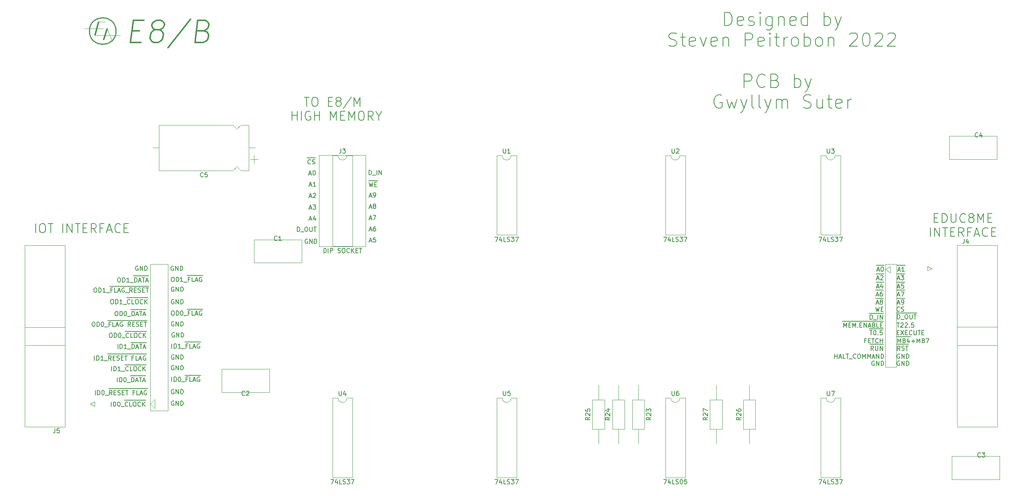
<source format=gbr>
%TF.GenerationSoftware,KiCad,Pcbnew,(5.1.10-1-10_14)*%
%TF.CreationDate,2022-02-02T20:10:15+11:00*%
%TF.ProjectId,Buffer,42756666-6572-42e6-9b69-6361645f7063,rev?*%
%TF.SameCoordinates,Original*%
%TF.FileFunction,Legend,Top*%
%TF.FilePolarity,Positive*%
%FSLAX46Y46*%
G04 Gerber Fmt 4.6, Leading zero omitted, Abs format (unit mm)*
G04 Created by KiCad (PCBNEW (5.1.10-1-10_14)) date 2022-02-02 20:10:15*
%MOMM*%
%LPD*%
G01*
G04 APERTURE LIST*
%ADD10C,0.150000*%
%ADD11C,0.120000*%
%ADD12C,0.300000*%
%ADD13C,0.240000*%
G04 APERTURE END LIST*
D10*
X88428095Y-150930000D02*
X88332857Y-150882380D01*
X88190000Y-150882380D01*
X88047142Y-150930000D01*
X87951904Y-151025238D01*
X87904285Y-151120476D01*
X87856666Y-151310952D01*
X87856666Y-151453809D01*
X87904285Y-151644285D01*
X87951904Y-151739523D01*
X88047142Y-151834761D01*
X88190000Y-151882380D01*
X88285238Y-151882380D01*
X88428095Y-151834761D01*
X88475714Y-151787142D01*
X88475714Y-151453809D01*
X88285238Y-151453809D01*
X88904285Y-151882380D02*
X88904285Y-150882380D01*
X89475714Y-151882380D01*
X89475714Y-150882380D01*
X89951904Y-151882380D02*
X89951904Y-150882380D01*
X90190000Y-150882380D01*
X90332857Y-150930000D01*
X90428095Y-151025238D01*
X90475714Y-151120476D01*
X90523333Y-151310952D01*
X90523333Y-151453809D01*
X90475714Y-151644285D01*
X90428095Y-151739523D01*
X90332857Y-151834761D01*
X90190000Y-151882380D01*
X89951904Y-151882380D01*
X88428095Y-148330000D02*
X88332857Y-148282380D01*
X88190000Y-148282380D01*
X88047142Y-148330000D01*
X87951904Y-148425238D01*
X87904285Y-148520476D01*
X87856666Y-148710952D01*
X87856666Y-148853809D01*
X87904285Y-149044285D01*
X87951904Y-149139523D01*
X88047142Y-149234761D01*
X88190000Y-149282380D01*
X88285238Y-149282380D01*
X88428095Y-149234761D01*
X88475714Y-149187142D01*
X88475714Y-148853809D01*
X88285238Y-148853809D01*
X88904285Y-149282380D02*
X88904285Y-148282380D01*
X89475714Y-149282380D01*
X89475714Y-148282380D01*
X89951904Y-149282380D02*
X89951904Y-148282380D01*
X90190000Y-148282380D01*
X90332857Y-148330000D01*
X90428095Y-148425238D01*
X90475714Y-148520476D01*
X90523333Y-148710952D01*
X90523333Y-148853809D01*
X90475714Y-149044285D01*
X90428095Y-149139523D01*
X90332857Y-149234761D01*
X90190000Y-149282380D01*
X89951904Y-149282380D01*
X88428095Y-142930000D02*
X88332857Y-142882380D01*
X88190000Y-142882380D01*
X88047142Y-142930000D01*
X87951904Y-143025238D01*
X87904285Y-143120476D01*
X87856666Y-143310952D01*
X87856666Y-143453809D01*
X87904285Y-143644285D01*
X87951904Y-143739523D01*
X88047142Y-143834761D01*
X88190000Y-143882380D01*
X88285238Y-143882380D01*
X88428095Y-143834761D01*
X88475714Y-143787142D01*
X88475714Y-143453809D01*
X88285238Y-143453809D01*
X88904285Y-143882380D02*
X88904285Y-142882380D01*
X89475714Y-143882380D01*
X89475714Y-142882380D01*
X89951904Y-143882380D02*
X89951904Y-142882380D01*
X90190000Y-142882380D01*
X90332857Y-142930000D01*
X90428095Y-143025238D01*
X90475714Y-143120476D01*
X90523333Y-143310952D01*
X90523333Y-143453809D01*
X90475714Y-143644285D01*
X90428095Y-143739523D01*
X90332857Y-143834761D01*
X90190000Y-143882380D01*
X89951904Y-143882380D01*
X88428095Y-140530000D02*
X88332857Y-140482380D01*
X88190000Y-140482380D01*
X88047142Y-140530000D01*
X87951904Y-140625238D01*
X87904285Y-140720476D01*
X87856666Y-140910952D01*
X87856666Y-141053809D01*
X87904285Y-141244285D01*
X87951904Y-141339523D01*
X88047142Y-141434761D01*
X88190000Y-141482380D01*
X88285238Y-141482380D01*
X88428095Y-141434761D01*
X88475714Y-141387142D01*
X88475714Y-141053809D01*
X88285238Y-141053809D01*
X88904285Y-141482380D02*
X88904285Y-140482380D01*
X89475714Y-141482380D01*
X89475714Y-140482380D01*
X89951904Y-141482380D02*
X89951904Y-140482380D01*
X90190000Y-140482380D01*
X90332857Y-140530000D01*
X90428095Y-140625238D01*
X90475714Y-140720476D01*
X90523333Y-140910952D01*
X90523333Y-141053809D01*
X90475714Y-141244285D01*
X90428095Y-141339523D01*
X90332857Y-141434761D01*
X90190000Y-141482380D01*
X89951904Y-141482380D01*
X88528095Y-135530000D02*
X88432857Y-135482380D01*
X88290000Y-135482380D01*
X88147142Y-135530000D01*
X88051904Y-135625238D01*
X88004285Y-135720476D01*
X87956666Y-135910952D01*
X87956666Y-136053809D01*
X88004285Y-136244285D01*
X88051904Y-136339523D01*
X88147142Y-136434761D01*
X88290000Y-136482380D01*
X88385238Y-136482380D01*
X88528095Y-136434761D01*
X88575714Y-136387142D01*
X88575714Y-136053809D01*
X88385238Y-136053809D01*
X89004285Y-136482380D02*
X89004285Y-135482380D01*
X89575714Y-136482380D01*
X89575714Y-135482380D01*
X90051904Y-136482380D02*
X90051904Y-135482380D01*
X90290000Y-135482380D01*
X90432857Y-135530000D01*
X90528095Y-135625238D01*
X90575714Y-135720476D01*
X90623333Y-135910952D01*
X90623333Y-136053809D01*
X90575714Y-136244285D01*
X90528095Y-136339523D01*
X90432857Y-136434761D01*
X90290000Y-136482380D01*
X90051904Y-136482380D01*
X88428095Y-133030000D02*
X88332857Y-132982380D01*
X88190000Y-132982380D01*
X88047142Y-133030000D01*
X87951904Y-133125238D01*
X87904285Y-133220476D01*
X87856666Y-133410952D01*
X87856666Y-133553809D01*
X87904285Y-133744285D01*
X87951904Y-133839523D01*
X88047142Y-133934761D01*
X88190000Y-133982380D01*
X88285238Y-133982380D01*
X88428095Y-133934761D01*
X88475714Y-133887142D01*
X88475714Y-133553809D01*
X88285238Y-133553809D01*
X88904285Y-133982380D02*
X88904285Y-132982380D01*
X89475714Y-133982380D01*
X89475714Y-132982380D01*
X89951904Y-133982380D02*
X89951904Y-132982380D01*
X90190000Y-132982380D01*
X90332857Y-133030000D01*
X90428095Y-133125238D01*
X90475714Y-133220476D01*
X90523333Y-133410952D01*
X90523333Y-133553809D01*
X90475714Y-133744285D01*
X90428095Y-133839523D01*
X90332857Y-133934761D01*
X90190000Y-133982380D01*
X89951904Y-133982380D01*
X88428095Y-128030000D02*
X88332857Y-127982380D01*
X88190000Y-127982380D01*
X88047142Y-128030000D01*
X87951904Y-128125238D01*
X87904285Y-128220476D01*
X87856666Y-128410952D01*
X87856666Y-128553809D01*
X87904285Y-128744285D01*
X87951904Y-128839523D01*
X88047142Y-128934761D01*
X88190000Y-128982380D01*
X88285238Y-128982380D01*
X88428095Y-128934761D01*
X88475714Y-128887142D01*
X88475714Y-128553809D01*
X88285238Y-128553809D01*
X88904285Y-128982380D02*
X88904285Y-127982380D01*
X89475714Y-128982380D01*
X89475714Y-127982380D01*
X89951904Y-128982380D02*
X89951904Y-127982380D01*
X90190000Y-127982380D01*
X90332857Y-128030000D01*
X90428095Y-128125238D01*
X90475714Y-128220476D01*
X90523333Y-128410952D01*
X90523333Y-128553809D01*
X90475714Y-128744285D01*
X90428095Y-128839523D01*
X90332857Y-128934761D01*
X90190000Y-128982380D01*
X89951904Y-128982380D01*
X88428095Y-125230000D02*
X88332857Y-125182380D01*
X88190000Y-125182380D01*
X88047142Y-125230000D01*
X87951904Y-125325238D01*
X87904285Y-125420476D01*
X87856666Y-125610952D01*
X87856666Y-125753809D01*
X87904285Y-125944285D01*
X87951904Y-126039523D01*
X88047142Y-126134761D01*
X88190000Y-126182380D01*
X88285238Y-126182380D01*
X88428095Y-126134761D01*
X88475714Y-126087142D01*
X88475714Y-125753809D01*
X88285238Y-125753809D01*
X88904285Y-126182380D02*
X88904285Y-125182380D01*
X89475714Y-126182380D01*
X89475714Y-125182380D01*
X89951904Y-126182380D02*
X89951904Y-125182380D01*
X90190000Y-125182380D01*
X90332857Y-125230000D01*
X90428095Y-125325238D01*
X90475714Y-125420476D01*
X90523333Y-125610952D01*
X90523333Y-125753809D01*
X90475714Y-125944285D01*
X90428095Y-126039523D01*
X90332857Y-126134761D01*
X90190000Y-126182380D01*
X89951904Y-126182380D01*
X88328095Y-120530000D02*
X88232857Y-120482380D01*
X88090000Y-120482380D01*
X87947142Y-120530000D01*
X87851904Y-120625238D01*
X87804285Y-120720476D01*
X87756666Y-120910952D01*
X87756666Y-121053809D01*
X87804285Y-121244285D01*
X87851904Y-121339523D01*
X87947142Y-121434761D01*
X88090000Y-121482380D01*
X88185238Y-121482380D01*
X88328095Y-121434761D01*
X88375714Y-121387142D01*
X88375714Y-121053809D01*
X88185238Y-121053809D01*
X88804285Y-121482380D02*
X88804285Y-120482380D01*
X89375714Y-121482380D01*
X89375714Y-120482380D01*
X89851904Y-121482380D02*
X89851904Y-120482380D01*
X90090000Y-120482380D01*
X90232857Y-120530000D01*
X90328095Y-120625238D01*
X90375714Y-120720476D01*
X90423333Y-120910952D01*
X90423333Y-121053809D01*
X90375714Y-121244285D01*
X90328095Y-121339523D01*
X90232857Y-121434761D01*
X90090000Y-121482380D01*
X89851904Y-121482380D01*
X80328095Y-120530000D02*
X80232857Y-120482380D01*
X80090000Y-120482380D01*
X79947142Y-120530000D01*
X79851904Y-120625238D01*
X79804285Y-120720476D01*
X79756666Y-120910952D01*
X79756666Y-121053809D01*
X79804285Y-121244285D01*
X79851904Y-121339523D01*
X79947142Y-121434761D01*
X80090000Y-121482380D01*
X80185238Y-121482380D01*
X80328095Y-121434761D01*
X80375714Y-121387142D01*
X80375714Y-121053809D01*
X80185238Y-121053809D01*
X80804285Y-121482380D02*
X80804285Y-120482380D01*
X81375714Y-121482380D01*
X81375714Y-120482380D01*
X81851904Y-121482380D02*
X81851904Y-120482380D01*
X82090000Y-120482380D01*
X82232857Y-120530000D01*
X82328095Y-120625238D01*
X82375714Y-120720476D01*
X82423333Y-120910952D01*
X82423333Y-121053809D01*
X82375714Y-121244285D01*
X82328095Y-121339523D01*
X82232857Y-121434761D01*
X82090000Y-121482380D01*
X81851904Y-121482380D01*
D11*
X84090000Y-150530000D02*
X83090000Y-151530000D01*
X84090000Y-152530000D02*
X84090000Y-150530000D01*
X83090000Y-151530000D02*
X84090000Y-152530000D01*
X83090000Y-120030000D02*
X83090000Y-153030000D01*
X87090000Y-120030000D02*
X83090000Y-120030000D01*
X87090000Y-153030000D02*
X87090000Y-120030000D01*
X83090000Y-153030000D02*
X87090000Y-153030000D01*
X249790000Y-122030000D02*
X248690000Y-121230000D01*
X249790000Y-120530000D02*
X249790000Y-122030000D01*
X248690000Y-121230000D02*
X249790000Y-120530000D01*
X251290000Y-120030000D02*
X248690000Y-120030000D01*
X251190000Y-143230000D02*
X251290000Y-120030000D01*
X248690000Y-143230000D02*
X251190000Y-143230000D01*
X248690000Y-120030000D02*
X248690000Y-143230000D01*
D10*
X251928095Y-141930000D02*
X251832857Y-141882380D01*
X251690000Y-141882380D01*
X251547142Y-141930000D01*
X251451904Y-142025238D01*
X251404285Y-142120476D01*
X251356666Y-142310952D01*
X251356666Y-142453809D01*
X251404285Y-142644285D01*
X251451904Y-142739523D01*
X251547142Y-142834761D01*
X251690000Y-142882380D01*
X251785238Y-142882380D01*
X251928095Y-142834761D01*
X251975714Y-142787142D01*
X251975714Y-142453809D01*
X251785238Y-142453809D01*
X252404285Y-142882380D02*
X252404285Y-141882380D01*
X252975714Y-142882380D01*
X252975714Y-141882380D01*
X253451904Y-142882380D02*
X253451904Y-141882380D01*
X253690000Y-141882380D01*
X253832857Y-141930000D01*
X253928095Y-142025238D01*
X253975714Y-142120476D01*
X254023333Y-142310952D01*
X254023333Y-142453809D01*
X253975714Y-142644285D01*
X253928095Y-142739523D01*
X253832857Y-142834761D01*
X253690000Y-142882380D01*
X253451904Y-142882380D01*
X246228095Y-141930000D02*
X246132857Y-141882380D01*
X245990000Y-141882380D01*
X245847142Y-141930000D01*
X245751904Y-142025238D01*
X245704285Y-142120476D01*
X245656666Y-142310952D01*
X245656666Y-142453809D01*
X245704285Y-142644285D01*
X245751904Y-142739523D01*
X245847142Y-142834761D01*
X245990000Y-142882380D01*
X246085238Y-142882380D01*
X246228095Y-142834761D01*
X246275714Y-142787142D01*
X246275714Y-142453809D01*
X246085238Y-142453809D01*
X246704285Y-142882380D02*
X246704285Y-141882380D01*
X247275714Y-142882380D01*
X247275714Y-141882380D01*
X247751904Y-142882380D02*
X247751904Y-141882380D01*
X247990000Y-141882380D01*
X248132857Y-141930000D01*
X248228095Y-142025238D01*
X248275714Y-142120476D01*
X248323333Y-142310952D01*
X248323333Y-142453809D01*
X248275714Y-142644285D01*
X248228095Y-142739523D01*
X248132857Y-142834761D01*
X247990000Y-142882380D01*
X247751904Y-142882380D01*
X251928095Y-140330000D02*
X251832857Y-140282380D01*
X251690000Y-140282380D01*
X251547142Y-140330000D01*
X251451904Y-140425238D01*
X251404285Y-140520476D01*
X251356666Y-140710952D01*
X251356666Y-140853809D01*
X251404285Y-141044285D01*
X251451904Y-141139523D01*
X251547142Y-141234761D01*
X251690000Y-141282380D01*
X251785238Y-141282380D01*
X251928095Y-141234761D01*
X251975714Y-141187142D01*
X251975714Y-140853809D01*
X251785238Y-140853809D01*
X252404285Y-141282380D02*
X252404285Y-140282380D01*
X252975714Y-141282380D01*
X252975714Y-140282380D01*
X253451904Y-141282380D02*
X253451904Y-140282380D01*
X253690000Y-140282380D01*
X253832857Y-140330000D01*
X253928095Y-140425238D01*
X253975714Y-140520476D01*
X254023333Y-140710952D01*
X254023333Y-140853809D01*
X253975714Y-141044285D01*
X253928095Y-141139523D01*
X253832857Y-141234761D01*
X253690000Y-141282380D01*
X253451904Y-141282380D01*
X237290000Y-141282380D02*
X237290000Y-140282380D01*
X237290000Y-140758571D02*
X237861428Y-140758571D01*
X237861428Y-141282380D02*
X237861428Y-140282380D01*
X238290000Y-140996666D02*
X238766190Y-140996666D01*
X238194761Y-141282380D02*
X238528095Y-140282380D01*
X238861428Y-141282380D01*
X239670952Y-141282380D02*
X239194761Y-141282380D01*
X239194761Y-140282380D01*
X239861428Y-140282380D02*
X240432857Y-140282380D01*
X240147142Y-141282380D02*
X240147142Y-140282380D01*
X240528095Y-141377619D02*
X241290000Y-141377619D01*
X242099523Y-141187142D02*
X242051904Y-141234761D01*
X241909047Y-141282380D01*
X241813809Y-141282380D01*
X241670952Y-141234761D01*
X241575714Y-141139523D01*
X241528095Y-141044285D01*
X241480476Y-140853809D01*
X241480476Y-140710952D01*
X241528095Y-140520476D01*
X241575714Y-140425238D01*
X241670952Y-140330000D01*
X241813809Y-140282380D01*
X241909047Y-140282380D01*
X242051904Y-140330000D01*
X242099523Y-140377619D01*
X242718571Y-140282380D02*
X242909047Y-140282380D01*
X243004285Y-140330000D01*
X243099523Y-140425238D01*
X243147142Y-140615714D01*
X243147142Y-140949047D01*
X243099523Y-141139523D01*
X243004285Y-141234761D01*
X242909047Y-141282380D01*
X242718571Y-141282380D01*
X242623333Y-141234761D01*
X242528095Y-141139523D01*
X242480476Y-140949047D01*
X242480476Y-140615714D01*
X242528095Y-140425238D01*
X242623333Y-140330000D01*
X242718571Y-140282380D01*
X243575714Y-141282380D02*
X243575714Y-140282380D01*
X243909047Y-140996666D01*
X244242380Y-140282380D01*
X244242380Y-141282380D01*
X244718571Y-141282380D02*
X244718571Y-140282380D01*
X245051904Y-140996666D01*
X245385238Y-140282380D01*
X245385238Y-141282380D01*
X245813809Y-140996666D02*
X246290000Y-140996666D01*
X245718571Y-141282380D02*
X246051904Y-140282380D01*
X246385238Y-141282380D01*
X246718571Y-141282380D02*
X246718571Y-140282380D01*
X247290000Y-141282380D01*
X247290000Y-140282380D01*
X247766190Y-141282380D02*
X247766190Y-140282380D01*
X248004285Y-140282380D01*
X248147142Y-140330000D01*
X248242380Y-140425238D01*
X248290000Y-140520476D01*
X248337619Y-140710952D01*
X248337619Y-140853809D01*
X248290000Y-141044285D01*
X248242380Y-141139523D01*
X248147142Y-141234761D01*
X248004285Y-141282380D01*
X247766190Y-141282380D01*
X251232857Y-138115000D02*
X252232857Y-138115000D01*
X252042380Y-139482380D02*
X251709047Y-139006190D01*
X251470952Y-139482380D02*
X251470952Y-138482380D01*
X251851904Y-138482380D01*
X251947142Y-138530000D01*
X251994761Y-138577619D01*
X252042380Y-138672857D01*
X252042380Y-138815714D01*
X251994761Y-138910952D01*
X251947142Y-138958571D01*
X251851904Y-139006190D01*
X251470952Y-139006190D01*
X252232857Y-138115000D02*
X253185238Y-138115000D01*
X252423333Y-139434761D02*
X252566190Y-139482380D01*
X252804285Y-139482380D01*
X252899523Y-139434761D01*
X252947142Y-139387142D01*
X252994761Y-139291904D01*
X252994761Y-139196666D01*
X252947142Y-139101428D01*
X252899523Y-139053809D01*
X252804285Y-139006190D01*
X252613809Y-138958571D01*
X252518571Y-138910952D01*
X252470952Y-138863333D01*
X252423333Y-138768095D01*
X252423333Y-138672857D01*
X252470952Y-138577619D01*
X252518571Y-138530000D01*
X252613809Y-138482380D01*
X252851904Y-138482380D01*
X252994761Y-138530000D01*
X253185238Y-138115000D02*
X253947142Y-138115000D01*
X253280476Y-138482380D02*
X253851904Y-138482380D01*
X253566190Y-139482380D02*
X253566190Y-138482380D01*
X245242380Y-138115000D02*
X246242380Y-138115000D01*
X246051904Y-139482380D02*
X245718571Y-139006190D01*
X245480476Y-139482380D02*
X245480476Y-138482380D01*
X245861428Y-138482380D01*
X245956666Y-138530000D01*
X246004285Y-138577619D01*
X246051904Y-138672857D01*
X246051904Y-138815714D01*
X246004285Y-138910952D01*
X245956666Y-138958571D01*
X245861428Y-139006190D01*
X245480476Y-139006190D01*
X246242380Y-138115000D02*
X247290000Y-138115000D01*
X246480476Y-138482380D02*
X246480476Y-139291904D01*
X246528095Y-139387142D01*
X246575714Y-139434761D01*
X246670952Y-139482380D01*
X246861428Y-139482380D01*
X246956666Y-139434761D01*
X247004285Y-139387142D01*
X247051904Y-139291904D01*
X247051904Y-138482380D01*
X247290000Y-138115000D02*
X248337619Y-138115000D01*
X247528095Y-139482380D02*
X247528095Y-138482380D01*
X248099523Y-139482380D01*
X248099523Y-138482380D01*
X251275714Y-136415000D02*
X252418571Y-136415000D01*
X251513809Y-137782380D02*
X251513809Y-136782380D01*
X251847142Y-137496666D01*
X252180476Y-136782380D01*
X252180476Y-137782380D01*
X252418571Y-136415000D02*
X253418571Y-136415000D01*
X252990000Y-137258571D02*
X253132857Y-137306190D01*
X253180476Y-137353809D01*
X253228095Y-137449047D01*
X253228095Y-137591904D01*
X253180476Y-137687142D01*
X253132857Y-137734761D01*
X253037619Y-137782380D01*
X252656666Y-137782380D01*
X252656666Y-136782380D01*
X252990000Y-136782380D01*
X253085238Y-136830000D01*
X253132857Y-136877619D01*
X253180476Y-136972857D01*
X253180476Y-137068095D01*
X253132857Y-137163333D01*
X253085238Y-137210952D01*
X252990000Y-137258571D01*
X252656666Y-137258571D01*
X253418571Y-136415000D02*
X254370952Y-136415000D01*
X254085238Y-137115714D02*
X254085238Y-137782380D01*
X253847142Y-136734761D02*
X253609047Y-137449047D01*
X254228095Y-137449047D01*
X254609047Y-137401428D02*
X255370952Y-137401428D01*
X254990000Y-137782380D02*
X254990000Y-137020476D01*
X255847142Y-137782380D02*
X255847142Y-136782380D01*
X256180476Y-137496666D01*
X256513809Y-136782380D01*
X256513809Y-137782380D01*
X257323333Y-137258571D02*
X257466190Y-137306190D01*
X257513809Y-137353809D01*
X257561428Y-137449047D01*
X257561428Y-137591904D01*
X257513809Y-137687142D01*
X257466190Y-137734761D01*
X257370952Y-137782380D01*
X256990000Y-137782380D01*
X256990000Y-136782380D01*
X257323333Y-136782380D01*
X257418571Y-136830000D01*
X257466190Y-136877619D01*
X257513809Y-136972857D01*
X257513809Y-137068095D01*
X257466190Y-137163333D01*
X257418571Y-137210952D01*
X257323333Y-137258571D01*
X256990000Y-137258571D01*
X257894761Y-136782380D02*
X258561428Y-136782380D01*
X258132857Y-137782380D01*
X244375714Y-137258571D02*
X244042380Y-137258571D01*
X244042380Y-137782380D02*
X244042380Y-136782380D01*
X244518571Y-136782380D01*
X244899523Y-137258571D02*
X245232857Y-137258571D01*
X245375714Y-137782380D02*
X244899523Y-137782380D01*
X244899523Y-136782380D01*
X245375714Y-136782380D01*
X245661428Y-136782380D02*
X246232857Y-136782380D01*
X245947142Y-137782380D02*
X245947142Y-136782380D01*
X247137619Y-137687142D02*
X247090000Y-137734761D01*
X246947142Y-137782380D01*
X246851904Y-137782380D01*
X246709047Y-137734761D01*
X246613809Y-137639523D01*
X246566190Y-137544285D01*
X246518571Y-137353809D01*
X246518571Y-137210952D01*
X246566190Y-137020476D01*
X246613809Y-136925238D01*
X246709047Y-136830000D01*
X246851904Y-136782380D01*
X246947142Y-136782380D01*
X247090000Y-136830000D01*
X247137619Y-136877619D01*
X247566190Y-137782380D02*
X247566190Y-136782380D01*
X247566190Y-137258571D02*
X248137619Y-137258571D01*
X248137619Y-137782380D02*
X248137619Y-136782380D01*
X251390000Y-135458571D02*
X251723333Y-135458571D01*
X251866190Y-135982380D02*
X251390000Y-135982380D01*
X251390000Y-134982380D01*
X251866190Y-134982380D01*
X252199523Y-134982380D02*
X252866190Y-135982380D01*
X252866190Y-134982380D02*
X252199523Y-135982380D01*
X253247142Y-135458571D02*
X253580476Y-135458571D01*
X253723333Y-135982380D02*
X253247142Y-135982380D01*
X253247142Y-134982380D01*
X253723333Y-134982380D01*
X254723333Y-135887142D02*
X254675714Y-135934761D01*
X254532857Y-135982380D01*
X254437619Y-135982380D01*
X254294761Y-135934761D01*
X254199523Y-135839523D01*
X254151904Y-135744285D01*
X254104285Y-135553809D01*
X254104285Y-135410952D01*
X254151904Y-135220476D01*
X254199523Y-135125238D01*
X254294761Y-135030000D01*
X254437619Y-134982380D01*
X254532857Y-134982380D01*
X254675714Y-135030000D01*
X254723333Y-135077619D01*
X255151904Y-134982380D02*
X255151904Y-135791904D01*
X255199523Y-135887142D01*
X255247142Y-135934761D01*
X255342380Y-135982380D01*
X255532857Y-135982380D01*
X255628095Y-135934761D01*
X255675714Y-135887142D01*
X255723333Y-135791904D01*
X255723333Y-134982380D01*
X256056666Y-134982380D02*
X256628095Y-134982380D01*
X256342380Y-135982380D02*
X256342380Y-134982380D01*
X256961428Y-135458571D02*
X257294761Y-135458571D01*
X257437619Y-135982380D02*
X256961428Y-135982380D01*
X256961428Y-134982380D01*
X257437619Y-134982380D01*
X245118571Y-134615000D02*
X245880476Y-134615000D01*
X245213809Y-134982380D02*
X245785238Y-134982380D01*
X245499523Y-135982380D02*
X245499523Y-134982380D01*
X245880476Y-134615000D02*
X246832857Y-134615000D01*
X246309047Y-134982380D02*
X246404285Y-134982380D01*
X246499523Y-135030000D01*
X246547142Y-135077619D01*
X246594761Y-135172857D01*
X246642380Y-135363333D01*
X246642380Y-135601428D01*
X246594761Y-135791904D01*
X246547142Y-135887142D01*
X246499523Y-135934761D01*
X246404285Y-135982380D01*
X246309047Y-135982380D01*
X246213809Y-135934761D01*
X246166190Y-135887142D01*
X246118571Y-135791904D01*
X246070952Y-135601428D01*
X246070952Y-135363333D01*
X246118571Y-135172857D01*
X246166190Y-135077619D01*
X246213809Y-135030000D01*
X246309047Y-134982380D01*
X246832857Y-134615000D02*
X247309047Y-134615000D01*
X247070952Y-135887142D02*
X247118571Y-135934761D01*
X247070952Y-135982380D01*
X247023333Y-135934761D01*
X247070952Y-135887142D01*
X247070952Y-135982380D01*
X247309047Y-134615000D02*
X248261428Y-134615000D01*
X248023333Y-134982380D02*
X247547142Y-134982380D01*
X247499523Y-135458571D01*
X247547142Y-135410952D01*
X247642380Y-135363333D01*
X247880476Y-135363333D01*
X247975714Y-135410952D01*
X248023333Y-135458571D01*
X248070952Y-135553809D01*
X248070952Y-135791904D01*
X248023333Y-135887142D01*
X247975714Y-135934761D01*
X247880476Y-135982380D01*
X247642380Y-135982380D01*
X247547142Y-135934761D01*
X247499523Y-135887142D01*
X251337619Y-133282380D02*
X251909047Y-133282380D01*
X251623333Y-134282380D02*
X251623333Y-133282380D01*
X252194761Y-133377619D02*
X252242380Y-133330000D01*
X252337619Y-133282380D01*
X252575714Y-133282380D01*
X252670952Y-133330000D01*
X252718571Y-133377619D01*
X252766190Y-133472857D01*
X252766190Y-133568095D01*
X252718571Y-133710952D01*
X252147142Y-134282380D01*
X252766190Y-134282380D01*
X253147142Y-133377619D02*
X253194761Y-133330000D01*
X253290000Y-133282380D01*
X253528095Y-133282380D01*
X253623333Y-133330000D01*
X253670952Y-133377619D01*
X253718571Y-133472857D01*
X253718571Y-133568095D01*
X253670952Y-133710952D01*
X253099523Y-134282380D01*
X253718571Y-134282380D01*
X254147142Y-134187142D02*
X254194761Y-134234761D01*
X254147142Y-134282380D01*
X254099523Y-134234761D01*
X254147142Y-134187142D01*
X254147142Y-134282380D01*
X255099523Y-133282380D02*
X254623333Y-133282380D01*
X254575714Y-133758571D01*
X254623333Y-133710952D01*
X254718571Y-133663333D01*
X254956666Y-133663333D01*
X255051904Y-133710952D01*
X255099523Y-133758571D01*
X255147142Y-133853809D01*
X255147142Y-134091904D01*
X255099523Y-134187142D01*
X255051904Y-134234761D01*
X254956666Y-134282380D01*
X254718571Y-134282380D01*
X254623333Y-134234761D01*
X254575714Y-134187142D01*
X239094761Y-132915000D02*
X240237619Y-132915000D01*
X239332857Y-134282380D02*
X239332857Y-133282380D01*
X239666190Y-133996666D01*
X239999523Y-133282380D01*
X239999523Y-134282380D01*
X240237619Y-132915000D02*
X241142380Y-132915000D01*
X240475714Y-133758571D02*
X240809047Y-133758571D01*
X240951904Y-134282380D02*
X240475714Y-134282380D01*
X240475714Y-133282380D01*
X240951904Y-133282380D01*
X241142380Y-132915000D02*
X242285238Y-132915000D01*
X241380476Y-134282380D02*
X241380476Y-133282380D01*
X241713809Y-133996666D01*
X242047142Y-133282380D01*
X242047142Y-134282380D01*
X242285238Y-132915000D02*
X242761428Y-132915000D01*
X242523333Y-134187142D02*
X242570952Y-134234761D01*
X242523333Y-134282380D01*
X242475714Y-134234761D01*
X242523333Y-134187142D01*
X242523333Y-134282380D01*
X242761428Y-132915000D02*
X243666190Y-132915000D01*
X242999523Y-133758571D02*
X243332857Y-133758571D01*
X243475714Y-134282380D02*
X242999523Y-134282380D01*
X242999523Y-133282380D01*
X243475714Y-133282380D01*
X243666190Y-132915000D02*
X244713809Y-132915000D01*
X243904285Y-134282380D02*
X243904285Y-133282380D01*
X244475714Y-134282380D01*
X244475714Y-133282380D01*
X244713809Y-132915000D02*
X245570952Y-132915000D01*
X244904285Y-133996666D02*
X245380476Y-133996666D01*
X244809047Y-134282380D02*
X245142380Y-133282380D01*
X245475714Y-134282380D01*
X245570952Y-132915000D02*
X246570952Y-132915000D01*
X246142380Y-133758571D02*
X246285238Y-133806190D01*
X246332857Y-133853809D01*
X246380476Y-133949047D01*
X246380476Y-134091904D01*
X246332857Y-134187142D01*
X246285238Y-134234761D01*
X246190000Y-134282380D01*
X245809047Y-134282380D01*
X245809047Y-133282380D01*
X246142380Y-133282380D01*
X246237619Y-133330000D01*
X246285238Y-133377619D01*
X246332857Y-133472857D01*
X246332857Y-133568095D01*
X246285238Y-133663333D01*
X246237619Y-133710952D01*
X246142380Y-133758571D01*
X245809047Y-133758571D01*
X246570952Y-132915000D02*
X247380476Y-132915000D01*
X247285238Y-134282380D02*
X246809047Y-134282380D01*
X246809047Y-133282380D01*
X247380476Y-132915000D02*
X248285238Y-132915000D01*
X247618571Y-133758571D02*
X247951904Y-133758571D01*
X248094761Y-134282380D02*
X247618571Y-134282380D01*
X247618571Y-133282380D01*
X248094761Y-133282380D01*
X251180476Y-131015000D02*
X252180476Y-131015000D01*
X251418571Y-132382380D02*
X251418571Y-131382380D01*
X251656666Y-131382380D01*
X251799523Y-131430000D01*
X251894761Y-131525238D01*
X251942380Y-131620476D01*
X251990000Y-131810952D01*
X251990000Y-131953809D01*
X251942380Y-132144285D01*
X251894761Y-132239523D01*
X251799523Y-132334761D01*
X251656666Y-132382380D01*
X251418571Y-132382380D01*
X252180476Y-131015000D02*
X252942380Y-131015000D01*
X252180476Y-132477619D02*
X252942380Y-132477619D01*
X252942380Y-131015000D02*
X253990000Y-131015000D01*
X253370952Y-131382380D02*
X253561428Y-131382380D01*
X253656666Y-131430000D01*
X253751904Y-131525238D01*
X253799523Y-131715714D01*
X253799523Y-132049047D01*
X253751904Y-132239523D01*
X253656666Y-132334761D01*
X253561428Y-132382380D01*
X253370952Y-132382380D01*
X253275714Y-132334761D01*
X253180476Y-132239523D01*
X253132857Y-132049047D01*
X253132857Y-131715714D01*
X253180476Y-131525238D01*
X253275714Y-131430000D01*
X253370952Y-131382380D01*
X253990000Y-131015000D02*
X255037619Y-131015000D01*
X254228095Y-131382380D02*
X254228095Y-132191904D01*
X254275714Y-132287142D01*
X254323333Y-132334761D01*
X254418571Y-132382380D01*
X254609047Y-132382380D01*
X254704285Y-132334761D01*
X254751904Y-132287142D01*
X254799523Y-132191904D01*
X254799523Y-131382380D01*
X255037619Y-131015000D02*
X255799523Y-131015000D01*
X255132857Y-131382380D02*
X255704285Y-131382380D01*
X255418571Y-132382380D02*
X255418571Y-131382380D01*
X245047142Y-131115000D02*
X246047142Y-131115000D01*
X245285238Y-132482380D02*
X245285238Y-131482380D01*
X245523333Y-131482380D01*
X245666190Y-131530000D01*
X245761428Y-131625238D01*
X245809047Y-131720476D01*
X245856666Y-131910952D01*
X245856666Y-132053809D01*
X245809047Y-132244285D01*
X245761428Y-132339523D01*
X245666190Y-132434761D01*
X245523333Y-132482380D01*
X245285238Y-132482380D01*
X246047142Y-131115000D02*
X246809047Y-131115000D01*
X246047142Y-132577619D02*
X246809047Y-132577619D01*
X246809047Y-131115000D02*
X247285238Y-131115000D01*
X247047142Y-132482380D02*
X247047142Y-131482380D01*
X247285238Y-131115000D02*
X248332857Y-131115000D01*
X247523333Y-132482380D02*
X247523333Y-131482380D01*
X248094761Y-132482380D01*
X248094761Y-131482380D01*
X251923333Y-130587142D02*
X251875714Y-130634761D01*
X251732857Y-130682380D01*
X251637619Y-130682380D01*
X251494761Y-130634761D01*
X251399523Y-130539523D01*
X251351904Y-130444285D01*
X251304285Y-130253809D01*
X251304285Y-130110952D01*
X251351904Y-129920476D01*
X251399523Y-129825238D01*
X251494761Y-129730000D01*
X251637619Y-129682380D01*
X251732857Y-129682380D01*
X251875714Y-129730000D01*
X251923333Y-129777619D01*
X252304285Y-130634761D02*
X252447142Y-130682380D01*
X252685238Y-130682380D01*
X252780476Y-130634761D01*
X252828095Y-130587142D01*
X252875714Y-130491904D01*
X252875714Y-130396666D01*
X252828095Y-130301428D01*
X252780476Y-130253809D01*
X252685238Y-130206190D01*
X252494761Y-130158571D01*
X252399523Y-130110952D01*
X252351904Y-130063333D01*
X252304285Y-129968095D01*
X252304285Y-129872857D01*
X252351904Y-129777619D01*
X252399523Y-129730000D01*
X252494761Y-129682380D01*
X252732857Y-129682380D01*
X252875714Y-129730000D01*
X246509047Y-129682380D02*
X246747142Y-130682380D01*
X246937619Y-129968095D01*
X247128095Y-130682380D01*
X247366190Y-129682380D01*
X247747142Y-130158571D02*
X248080476Y-130158571D01*
X248223333Y-130682380D02*
X247747142Y-130682380D01*
X247747142Y-129682380D01*
X248223333Y-129682380D01*
X251285238Y-127715000D02*
X252142380Y-127715000D01*
X251475714Y-128796666D02*
X251951904Y-128796666D01*
X251380476Y-129082380D02*
X251713809Y-128082380D01*
X252047142Y-129082380D01*
X252142380Y-127715000D02*
X253094761Y-127715000D01*
X252428095Y-129082380D02*
X252618571Y-129082380D01*
X252713809Y-129034761D01*
X252761428Y-128987142D01*
X252856666Y-128844285D01*
X252904285Y-128653809D01*
X252904285Y-128272857D01*
X252856666Y-128177619D01*
X252809047Y-128130000D01*
X252713809Y-128082380D01*
X252523333Y-128082380D01*
X252428095Y-128130000D01*
X252380476Y-128177619D01*
X252332857Y-128272857D01*
X252332857Y-128510952D01*
X252380476Y-128606190D01*
X252428095Y-128653809D01*
X252523333Y-128701428D01*
X252713809Y-128701428D01*
X252809047Y-128653809D01*
X252856666Y-128606190D01*
X252904285Y-128510952D01*
X246485238Y-127715000D02*
X247342380Y-127715000D01*
X246675714Y-128796666D02*
X247151904Y-128796666D01*
X246580476Y-129082380D02*
X246913809Y-128082380D01*
X247247142Y-129082380D01*
X247342380Y-127715000D02*
X248294761Y-127715000D01*
X247723333Y-128510952D02*
X247628095Y-128463333D01*
X247580476Y-128415714D01*
X247532857Y-128320476D01*
X247532857Y-128272857D01*
X247580476Y-128177619D01*
X247628095Y-128130000D01*
X247723333Y-128082380D01*
X247913809Y-128082380D01*
X248009047Y-128130000D01*
X248056666Y-128177619D01*
X248104285Y-128272857D01*
X248104285Y-128320476D01*
X248056666Y-128415714D01*
X248009047Y-128463333D01*
X247913809Y-128510952D01*
X247723333Y-128510952D01*
X247628095Y-128558571D01*
X247580476Y-128606190D01*
X247532857Y-128701428D01*
X247532857Y-128891904D01*
X247580476Y-128987142D01*
X247628095Y-129034761D01*
X247723333Y-129082380D01*
X247913809Y-129082380D01*
X248009047Y-129034761D01*
X248056666Y-128987142D01*
X248104285Y-128891904D01*
X248104285Y-128701428D01*
X248056666Y-128606190D01*
X248009047Y-128558571D01*
X247913809Y-128510952D01*
X251285238Y-125915000D02*
X252142380Y-125915000D01*
X251475714Y-126996666D02*
X251951904Y-126996666D01*
X251380476Y-127282380D02*
X251713809Y-126282380D01*
X252047142Y-127282380D01*
X252142380Y-125915000D02*
X253094761Y-125915000D01*
X252285238Y-126282380D02*
X252951904Y-126282380D01*
X252523333Y-127282380D01*
X246485238Y-125915000D02*
X247342380Y-125915000D01*
X246675714Y-126996666D02*
X247151904Y-126996666D01*
X246580476Y-127282380D02*
X246913809Y-126282380D01*
X247247142Y-127282380D01*
X247342380Y-125915000D02*
X248294761Y-125915000D01*
X248009047Y-126282380D02*
X247818571Y-126282380D01*
X247723333Y-126330000D01*
X247675714Y-126377619D01*
X247580476Y-126520476D01*
X247532857Y-126710952D01*
X247532857Y-127091904D01*
X247580476Y-127187142D01*
X247628095Y-127234761D01*
X247723333Y-127282380D01*
X247913809Y-127282380D01*
X248009047Y-127234761D01*
X248056666Y-127187142D01*
X248104285Y-127091904D01*
X248104285Y-126853809D01*
X248056666Y-126758571D01*
X248009047Y-126710952D01*
X247913809Y-126663333D01*
X247723333Y-126663333D01*
X247628095Y-126710952D01*
X247580476Y-126758571D01*
X247532857Y-126853809D01*
X251285238Y-124115000D02*
X252142380Y-124115000D01*
X251475714Y-125196666D02*
X251951904Y-125196666D01*
X251380476Y-125482380D02*
X251713809Y-124482380D01*
X252047142Y-125482380D01*
X252142380Y-124115000D02*
X253094761Y-124115000D01*
X252856666Y-124482380D02*
X252380476Y-124482380D01*
X252332857Y-124958571D01*
X252380476Y-124910952D01*
X252475714Y-124863333D01*
X252713809Y-124863333D01*
X252809047Y-124910952D01*
X252856666Y-124958571D01*
X252904285Y-125053809D01*
X252904285Y-125291904D01*
X252856666Y-125387142D01*
X252809047Y-125434761D01*
X252713809Y-125482380D01*
X252475714Y-125482380D01*
X252380476Y-125434761D01*
X252332857Y-125387142D01*
X246585238Y-124115000D02*
X247442380Y-124115000D01*
X246775714Y-125196666D02*
X247251904Y-125196666D01*
X246680476Y-125482380D02*
X247013809Y-124482380D01*
X247347142Y-125482380D01*
X247442380Y-124115000D02*
X248394761Y-124115000D01*
X248109047Y-124815714D02*
X248109047Y-125482380D01*
X247870952Y-124434761D02*
X247632857Y-125149047D01*
X248251904Y-125149047D01*
X251285238Y-122215000D02*
X252142380Y-122215000D01*
X251475714Y-123296666D02*
X251951904Y-123296666D01*
X251380476Y-123582380D02*
X251713809Y-122582380D01*
X252047142Y-123582380D01*
X252142380Y-122215000D02*
X253094761Y-122215000D01*
X252285238Y-122582380D02*
X252904285Y-122582380D01*
X252570952Y-122963333D01*
X252713809Y-122963333D01*
X252809047Y-123010952D01*
X252856666Y-123058571D01*
X252904285Y-123153809D01*
X252904285Y-123391904D01*
X252856666Y-123487142D01*
X252809047Y-123534761D01*
X252713809Y-123582380D01*
X252428095Y-123582380D01*
X252332857Y-123534761D01*
X252285238Y-123487142D01*
X246585238Y-122215000D02*
X247442380Y-122215000D01*
X246775714Y-123296666D02*
X247251904Y-123296666D01*
X246680476Y-123582380D02*
X247013809Y-122582380D01*
X247347142Y-123582380D01*
X247442380Y-122215000D02*
X248394761Y-122215000D01*
X247632857Y-122677619D02*
X247680476Y-122630000D01*
X247775714Y-122582380D01*
X248013809Y-122582380D01*
X248109047Y-122630000D01*
X248156666Y-122677619D01*
X248204285Y-122772857D01*
X248204285Y-122868095D01*
X248156666Y-123010952D01*
X247585238Y-123582380D01*
X248204285Y-123582380D01*
X251385238Y-120315000D02*
X252242380Y-120315000D01*
X251575714Y-121396666D02*
X252051904Y-121396666D01*
X251480476Y-121682380D02*
X251813809Y-120682380D01*
X252147142Y-121682380D01*
X252242380Y-120315000D02*
X253194761Y-120315000D01*
X253004285Y-121682380D02*
X252432857Y-121682380D01*
X252718571Y-121682380D02*
X252718571Y-120682380D01*
X252623333Y-120825238D01*
X252528095Y-120920476D01*
X252432857Y-120968095D01*
X246685238Y-120315000D02*
X247542380Y-120315000D01*
X246875714Y-121396666D02*
X247351904Y-121396666D01*
X246780476Y-121682380D02*
X247113809Y-120682380D01*
X247447142Y-121682380D01*
X247542380Y-120315000D02*
X248494761Y-120315000D01*
X247970952Y-120682380D02*
X248066190Y-120682380D01*
X248161428Y-120730000D01*
X248209047Y-120777619D01*
X248256666Y-120872857D01*
X248304285Y-121063333D01*
X248304285Y-121301428D01*
X248256666Y-121491904D01*
X248209047Y-121587142D01*
X248161428Y-121634761D01*
X248066190Y-121682380D01*
X247970952Y-121682380D01*
X247875714Y-121634761D01*
X247828095Y-121587142D01*
X247780476Y-121491904D01*
X247732857Y-121301428D01*
X247732857Y-121063333D01*
X247780476Y-120872857D01*
X247828095Y-120777619D01*
X247875714Y-120730000D01*
X247970952Y-120682380D01*
X132475714Y-114796666D02*
X132951904Y-114796666D01*
X132380476Y-115082380D02*
X132713809Y-114082380D01*
X133047142Y-115082380D01*
X133856666Y-114082380D02*
X133380476Y-114082380D01*
X133332857Y-114558571D01*
X133380476Y-114510952D01*
X133475714Y-114463333D01*
X133713809Y-114463333D01*
X133809047Y-114510952D01*
X133856666Y-114558571D01*
X133904285Y-114653809D01*
X133904285Y-114891904D01*
X133856666Y-114987142D01*
X133809047Y-115034761D01*
X133713809Y-115082380D01*
X133475714Y-115082380D01*
X133380476Y-115034761D01*
X133332857Y-114987142D01*
X132475714Y-112296666D02*
X132951904Y-112296666D01*
X132380476Y-112582380D02*
X132713809Y-111582380D01*
X133047142Y-112582380D01*
X133809047Y-111582380D02*
X133618571Y-111582380D01*
X133523333Y-111630000D01*
X133475714Y-111677619D01*
X133380476Y-111820476D01*
X133332857Y-112010952D01*
X133332857Y-112391904D01*
X133380476Y-112487142D01*
X133428095Y-112534761D01*
X133523333Y-112582380D01*
X133713809Y-112582380D01*
X133809047Y-112534761D01*
X133856666Y-112487142D01*
X133904285Y-112391904D01*
X133904285Y-112153809D01*
X133856666Y-112058571D01*
X133809047Y-112010952D01*
X133713809Y-111963333D01*
X133523333Y-111963333D01*
X133428095Y-112010952D01*
X133380476Y-112058571D01*
X133332857Y-112153809D01*
X132475714Y-109796666D02*
X132951904Y-109796666D01*
X132380476Y-110082380D02*
X132713809Y-109082380D01*
X133047142Y-110082380D01*
X133285238Y-109082380D02*
X133951904Y-109082380D01*
X133523333Y-110082380D01*
X132475714Y-107196666D02*
X132951904Y-107196666D01*
X132380476Y-107482380D02*
X132713809Y-106482380D01*
X133047142Y-107482380D01*
X133523333Y-106910952D02*
X133428095Y-106863333D01*
X133380476Y-106815714D01*
X133332857Y-106720476D01*
X133332857Y-106672857D01*
X133380476Y-106577619D01*
X133428095Y-106530000D01*
X133523333Y-106482380D01*
X133713809Y-106482380D01*
X133809047Y-106530000D01*
X133856666Y-106577619D01*
X133904285Y-106672857D01*
X133904285Y-106720476D01*
X133856666Y-106815714D01*
X133809047Y-106863333D01*
X133713809Y-106910952D01*
X133523333Y-106910952D01*
X133428095Y-106958571D01*
X133380476Y-107006190D01*
X133332857Y-107101428D01*
X133332857Y-107291904D01*
X133380476Y-107387142D01*
X133428095Y-107434761D01*
X133523333Y-107482380D01*
X133713809Y-107482380D01*
X133809047Y-107434761D01*
X133856666Y-107387142D01*
X133904285Y-107291904D01*
X133904285Y-107101428D01*
X133856666Y-107006190D01*
X133809047Y-106958571D01*
X133713809Y-106910952D01*
X132475714Y-104696666D02*
X132951904Y-104696666D01*
X132380476Y-104982380D02*
X132713809Y-103982380D01*
X133047142Y-104982380D01*
X133428095Y-104982380D02*
X133618571Y-104982380D01*
X133713809Y-104934761D01*
X133761428Y-104887142D01*
X133856666Y-104744285D01*
X133904285Y-104553809D01*
X133904285Y-104172857D01*
X133856666Y-104077619D01*
X133809047Y-104030000D01*
X133713809Y-103982380D01*
X133523333Y-103982380D01*
X133428095Y-104030000D01*
X133380476Y-104077619D01*
X133332857Y-104172857D01*
X133332857Y-104410952D01*
X133380476Y-104506190D01*
X133428095Y-104553809D01*
X133523333Y-104601428D01*
X133713809Y-104601428D01*
X133809047Y-104553809D01*
X133856666Y-104506190D01*
X133904285Y-104410952D01*
X132266190Y-101215000D02*
X133409047Y-101215000D01*
X132409047Y-101582380D02*
X132647142Y-102582380D01*
X132837619Y-101868095D01*
X133028095Y-102582380D01*
X133266190Y-101582380D01*
X133409047Y-101215000D02*
X134313809Y-101215000D01*
X133647142Y-102058571D02*
X133980476Y-102058571D01*
X134123333Y-102582380D02*
X133647142Y-102582380D01*
X133647142Y-101582380D01*
X134123333Y-101582380D01*
X132385238Y-99882380D02*
X132385238Y-98882380D01*
X132623333Y-98882380D01*
X132766190Y-98930000D01*
X132861428Y-99025238D01*
X132909047Y-99120476D01*
X132956666Y-99310952D01*
X132956666Y-99453809D01*
X132909047Y-99644285D01*
X132861428Y-99739523D01*
X132766190Y-99834761D01*
X132623333Y-99882380D01*
X132385238Y-99882380D01*
X133147142Y-99977619D02*
X133909047Y-99977619D01*
X134147142Y-99882380D02*
X134147142Y-98882380D01*
X134623333Y-99882380D02*
X134623333Y-98882380D01*
X135194761Y-99882380D01*
X135194761Y-98882380D01*
X118528095Y-114430000D02*
X118432857Y-114382380D01*
X118290000Y-114382380D01*
X118147142Y-114430000D01*
X118051904Y-114525238D01*
X118004285Y-114620476D01*
X117956666Y-114810952D01*
X117956666Y-114953809D01*
X118004285Y-115144285D01*
X118051904Y-115239523D01*
X118147142Y-115334761D01*
X118290000Y-115382380D01*
X118385238Y-115382380D01*
X118528095Y-115334761D01*
X118575714Y-115287142D01*
X118575714Y-114953809D01*
X118385238Y-114953809D01*
X119004285Y-115382380D02*
X119004285Y-114382380D01*
X119575714Y-115382380D01*
X119575714Y-114382380D01*
X120051904Y-115382380D02*
X120051904Y-114382380D01*
X120290000Y-114382380D01*
X120432857Y-114430000D01*
X120528095Y-114525238D01*
X120575714Y-114620476D01*
X120623333Y-114810952D01*
X120623333Y-114953809D01*
X120575714Y-115144285D01*
X120528095Y-115239523D01*
X120432857Y-115334761D01*
X120290000Y-115382380D01*
X120051904Y-115382380D01*
X116218571Y-112682380D02*
X116218571Y-111682380D01*
X116456666Y-111682380D01*
X116599523Y-111730000D01*
X116694761Y-111825238D01*
X116742380Y-111920476D01*
X116790000Y-112110952D01*
X116790000Y-112253809D01*
X116742380Y-112444285D01*
X116694761Y-112539523D01*
X116599523Y-112634761D01*
X116456666Y-112682380D01*
X116218571Y-112682380D01*
X116980476Y-112777619D02*
X117742380Y-112777619D01*
X118170952Y-111682380D02*
X118361428Y-111682380D01*
X118456666Y-111730000D01*
X118551904Y-111825238D01*
X118599523Y-112015714D01*
X118599523Y-112349047D01*
X118551904Y-112539523D01*
X118456666Y-112634761D01*
X118361428Y-112682380D01*
X118170952Y-112682380D01*
X118075714Y-112634761D01*
X117980476Y-112539523D01*
X117932857Y-112349047D01*
X117932857Y-112015714D01*
X117980476Y-111825238D01*
X118075714Y-111730000D01*
X118170952Y-111682380D01*
X119028095Y-111682380D02*
X119028095Y-112491904D01*
X119075714Y-112587142D01*
X119123333Y-112634761D01*
X119218571Y-112682380D01*
X119409047Y-112682380D01*
X119504285Y-112634761D01*
X119551904Y-112587142D01*
X119599523Y-112491904D01*
X119599523Y-111682380D01*
X119932857Y-111682380D02*
X120504285Y-111682380D01*
X120218571Y-112682380D02*
X120218571Y-111682380D01*
X118975714Y-109896666D02*
X119451904Y-109896666D01*
X118880476Y-110182380D02*
X119213809Y-109182380D01*
X119547142Y-110182380D01*
X120309047Y-109515714D02*
X120309047Y-110182380D01*
X120070952Y-109134761D02*
X119832857Y-109849047D01*
X120451904Y-109849047D01*
X118975714Y-107396666D02*
X119451904Y-107396666D01*
X118880476Y-107682380D02*
X119213809Y-106682380D01*
X119547142Y-107682380D01*
X119785238Y-106682380D02*
X120404285Y-106682380D01*
X120070952Y-107063333D01*
X120213809Y-107063333D01*
X120309047Y-107110952D01*
X120356666Y-107158571D01*
X120404285Y-107253809D01*
X120404285Y-107491904D01*
X120356666Y-107587142D01*
X120309047Y-107634761D01*
X120213809Y-107682380D01*
X119928095Y-107682380D01*
X119832857Y-107634761D01*
X119785238Y-107587142D01*
X118975714Y-104796666D02*
X119451904Y-104796666D01*
X118880476Y-105082380D02*
X119213809Y-104082380D01*
X119547142Y-105082380D01*
X119832857Y-104177619D02*
X119880476Y-104130000D01*
X119975714Y-104082380D01*
X120213809Y-104082380D01*
X120309047Y-104130000D01*
X120356666Y-104177619D01*
X120404285Y-104272857D01*
X120404285Y-104368095D01*
X120356666Y-104510952D01*
X119785238Y-105082380D01*
X120404285Y-105082380D01*
X118975714Y-102196666D02*
X119451904Y-102196666D01*
X118880476Y-102482380D02*
X119213809Y-101482380D01*
X119547142Y-102482380D01*
X120404285Y-102482380D02*
X119832857Y-102482380D01*
X120118571Y-102482380D02*
X120118571Y-101482380D01*
X120023333Y-101625238D01*
X119928095Y-101720476D01*
X119832857Y-101768095D01*
X118875714Y-99696666D02*
X119351904Y-99696666D01*
X118780476Y-99982380D02*
X119113809Y-98982380D01*
X119447142Y-99982380D01*
X119970952Y-98982380D02*
X120066190Y-98982380D01*
X120161428Y-99030000D01*
X120209047Y-99077619D01*
X120256666Y-99172857D01*
X120304285Y-99363333D01*
X120304285Y-99601428D01*
X120256666Y-99791904D01*
X120209047Y-99887142D01*
X120161428Y-99934761D01*
X120066190Y-99982380D01*
X119970952Y-99982380D01*
X119875714Y-99934761D01*
X119828095Y-99887142D01*
X119780476Y-99791904D01*
X119732857Y-99601428D01*
X119732857Y-99363333D01*
X119780476Y-99172857D01*
X119828095Y-99077619D01*
X119875714Y-99030000D01*
X119970952Y-98982380D01*
X118413809Y-96115000D02*
X119413809Y-96115000D01*
X119223333Y-97387142D02*
X119175714Y-97434761D01*
X119032857Y-97482380D01*
X118937619Y-97482380D01*
X118794761Y-97434761D01*
X118699523Y-97339523D01*
X118651904Y-97244285D01*
X118604285Y-97053809D01*
X118604285Y-96910952D01*
X118651904Y-96720476D01*
X118699523Y-96625238D01*
X118794761Y-96530000D01*
X118937619Y-96482380D01*
X119032857Y-96482380D01*
X119175714Y-96530000D01*
X119223333Y-96577619D01*
X119413809Y-96115000D02*
X120366190Y-96115000D01*
X119604285Y-97434761D02*
X119747142Y-97482380D01*
X119985238Y-97482380D01*
X120080476Y-97434761D01*
X120128095Y-97387142D01*
X120175714Y-97291904D01*
X120175714Y-97196666D01*
X120128095Y-97101428D01*
X120080476Y-97053809D01*
X119985238Y-97006190D01*
X119794761Y-96958571D01*
X119699523Y-96910952D01*
X119651904Y-96863333D01*
X119604285Y-96768095D01*
X119604285Y-96672857D01*
X119651904Y-96577619D01*
X119699523Y-96530000D01*
X119794761Y-96482380D01*
X120032857Y-96482380D01*
X120175714Y-96530000D01*
X74304285Y-152082380D02*
X74304285Y-151082380D01*
X74780476Y-152082380D02*
X74780476Y-151082380D01*
X75018571Y-151082380D01*
X75161428Y-151130000D01*
X75256666Y-151225238D01*
X75304285Y-151320476D01*
X75351904Y-151510952D01*
X75351904Y-151653809D01*
X75304285Y-151844285D01*
X75256666Y-151939523D01*
X75161428Y-152034761D01*
X75018571Y-152082380D01*
X74780476Y-152082380D01*
X75970952Y-151082380D02*
X76066190Y-151082380D01*
X76161428Y-151130000D01*
X76209047Y-151177619D01*
X76256666Y-151272857D01*
X76304285Y-151463333D01*
X76304285Y-151701428D01*
X76256666Y-151891904D01*
X76209047Y-151987142D01*
X76161428Y-152034761D01*
X76066190Y-152082380D01*
X75970952Y-152082380D01*
X75875714Y-152034761D01*
X75828095Y-151987142D01*
X75780476Y-151891904D01*
X75732857Y-151701428D01*
X75732857Y-151463333D01*
X75780476Y-151272857D01*
X75828095Y-151177619D01*
X75875714Y-151130000D01*
X75970952Y-151082380D01*
X76494761Y-152177619D02*
X77256666Y-152177619D01*
X77256666Y-150715000D02*
X78256666Y-150715000D01*
X78066190Y-151987142D02*
X78018571Y-152034761D01*
X77875714Y-152082380D01*
X77780476Y-152082380D01*
X77637619Y-152034761D01*
X77542380Y-151939523D01*
X77494761Y-151844285D01*
X77447142Y-151653809D01*
X77447142Y-151510952D01*
X77494761Y-151320476D01*
X77542380Y-151225238D01*
X77637619Y-151130000D01*
X77780476Y-151082380D01*
X77875714Y-151082380D01*
X78018571Y-151130000D01*
X78066190Y-151177619D01*
X78256666Y-150715000D02*
X79066190Y-150715000D01*
X78970952Y-152082380D02*
X78494761Y-152082380D01*
X78494761Y-151082380D01*
X79066190Y-150715000D02*
X80113809Y-150715000D01*
X79494761Y-151082380D02*
X79685238Y-151082380D01*
X79780476Y-151130000D01*
X79875714Y-151225238D01*
X79923333Y-151415714D01*
X79923333Y-151749047D01*
X79875714Y-151939523D01*
X79780476Y-152034761D01*
X79685238Y-152082380D01*
X79494761Y-152082380D01*
X79399523Y-152034761D01*
X79304285Y-151939523D01*
X79256666Y-151749047D01*
X79256666Y-151415714D01*
X79304285Y-151225238D01*
X79399523Y-151130000D01*
X79494761Y-151082380D01*
X80113809Y-150715000D02*
X81113809Y-150715000D01*
X80923333Y-151987142D02*
X80875714Y-152034761D01*
X80732857Y-152082380D01*
X80637619Y-152082380D01*
X80494761Y-152034761D01*
X80399523Y-151939523D01*
X80351904Y-151844285D01*
X80304285Y-151653809D01*
X80304285Y-151510952D01*
X80351904Y-151320476D01*
X80399523Y-151225238D01*
X80494761Y-151130000D01*
X80637619Y-151082380D01*
X80732857Y-151082380D01*
X80875714Y-151130000D01*
X80923333Y-151177619D01*
X81113809Y-150715000D02*
X82113809Y-150715000D01*
X81351904Y-152082380D02*
X81351904Y-151082380D01*
X81923333Y-152082380D02*
X81494761Y-151510952D01*
X81923333Y-151082380D02*
X81351904Y-151653809D01*
X70728095Y-149482380D02*
X70728095Y-148482380D01*
X71204285Y-149482380D02*
X71204285Y-148482380D01*
X71442380Y-148482380D01*
X71585238Y-148530000D01*
X71680476Y-148625238D01*
X71728095Y-148720476D01*
X71775714Y-148910952D01*
X71775714Y-149053809D01*
X71728095Y-149244285D01*
X71680476Y-149339523D01*
X71585238Y-149434761D01*
X71442380Y-149482380D01*
X71204285Y-149482380D01*
X72394761Y-148482380D02*
X72490000Y-148482380D01*
X72585238Y-148530000D01*
X72632857Y-148577619D01*
X72680476Y-148672857D01*
X72728095Y-148863333D01*
X72728095Y-149101428D01*
X72680476Y-149291904D01*
X72632857Y-149387142D01*
X72585238Y-149434761D01*
X72490000Y-149482380D01*
X72394761Y-149482380D01*
X72299523Y-149434761D01*
X72251904Y-149387142D01*
X72204285Y-149291904D01*
X72156666Y-149101428D01*
X72156666Y-148863333D01*
X72204285Y-148672857D01*
X72251904Y-148577619D01*
X72299523Y-148530000D01*
X72394761Y-148482380D01*
X72918571Y-149577619D02*
X73680476Y-149577619D01*
X73680476Y-148115000D02*
X74680476Y-148115000D01*
X74490000Y-149482380D02*
X74156666Y-149006190D01*
X73918571Y-149482380D02*
X73918571Y-148482380D01*
X74299523Y-148482380D01*
X74394761Y-148530000D01*
X74442380Y-148577619D01*
X74490000Y-148672857D01*
X74490000Y-148815714D01*
X74442380Y-148910952D01*
X74394761Y-148958571D01*
X74299523Y-149006190D01*
X73918571Y-149006190D01*
X74680476Y-148115000D02*
X75585238Y-148115000D01*
X74918571Y-148958571D02*
X75251904Y-148958571D01*
X75394761Y-149482380D02*
X74918571Y-149482380D01*
X74918571Y-148482380D01*
X75394761Y-148482380D01*
X75585238Y-148115000D02*
X76537619Y-148115000D01*
X75775714Y-149434761D02*
X75918571Y-149482380D01*
X76156666Y-149482380D01*
X76251904Y-149434761D01*
X76299523Y-149387142D01*
X76347142Y-149291904D01*
X76347142Y-149196666D01*
X76299523Y-149101428D01*
X76251904Y-149053809D01*
X76156666Y-149006190D01*
X75966190Y-148958571D01*
X75870952Y-148910952D01*
X75823333Y-148863333D01*
X75775714Y-148768095D01*
X75775714Y-148672857D01*
X75823333Y-148577619D01*
X75870952Y-148530000D01*
X75966190Y-148482380D01*
X76204285Y-148482380D01*
X76347142Y-148530000D01*
X76537619Y-148115000D02*
X77442380Y-148115000D01*
X76775714Y-148958571D02*
X77109047Y-148958571D01*
X77251904Y-149482380D02*
X76775714Y-149482380D01*
X76775714Y-148482380D01*
X77251904Y-148482380D01*
X77442380Y-148115000D02*
X78204285Y-148115000D01*
X77537619Y-148482380D02*
X78109047Y-148482380D01*
X77823333Y-149482380D02*
X77823333Y-148482380D01*
X78204285Y-148115000D02*
X78966190Y-148115000D01*
X78966190Y-148115000D02*
X79823333Y-148115000D01*
X79537619Y-148958571D02*
X79204285Y-148958571D01*
X79204285Y-149482380D02*
X79204285Y-148482380D01*
X79680476Y-148482380D01*
X79823333Y-148115000D02*
X80632857Y-148115000D01*
X80537619Y-149482380D02*
X80061428Y-149482380D01*
X80061428Y-148482380D01*
X80632857Y-148115000D02*
X81490000Y-148115000D01*
X80823333Y-149196666D02*
X81299523Y-149196666D01*
X80728095Y-149482380D02*
X81061428Y-148482380D01*
X81394761Y-149482380D01*
X81490000Y-148115000D02*
X82490000Y-148115000D01*
X82251904Y-148530000D02*
X82156666Y-148482380D01*
X82013809Y-148482380D01*
X81870952Y-148530000D01*
X81775714Y-148625238D01*
X81728095Y-148720476D01*
X81680476Y-148910952D01*
X81680476Y-149053809D01*
X81728095Y-149244285D01*
X81775714Y-149339523D01*
X81870952Y-149434761D01*
X82013809Y-149482380D01*
X82109047Y-149482380D01*
X82251904Y-149434761D01*
X82299523Y-149387142D01*
X82299523Y-149053809D01*
X82109047Y-149053809D01*
X87970952Y-146482380D02*
X87970952Y-145482380D01*
X88447142Y-146482380D02*
X88447142Y-145482380D01*
X88685238Y-145482380D01*
X88828095Y-145530000D01*
X88923333Y-145625238D01*
X88970952Y-145720476D01*
X89018571Y-145910952D01*
X89018571Y-146053809D01*
X88970952Y-146244285D01*
X88923333Y-146339523D01*
X88828095Y-146434761D01*
X88685238Y-146482380D01*
X88447142Y-146482380D01*
X89637619Y-145482380D02*
X89732857Y-145482380D01*
X89828095Y-145530000D01*
X89875714Y-145577619D01*
X89923333Y-145672857D01*
X89970952Y-145863333D01*
X89970952Y-146101428D01*
X89923333Y-146291904D01*
X89875714Y-146387142D01*
X89828095Y-146434761D01*
X89732857Y-146482380D01*
X89637619Y-146482380D01*
X89542380Y-146434761D01*
X89494761Y-146387142D01*
X89447142Y-146291904D01*
X89399523Y-146101428D01*
X89399523Y-145863333D01*
X89447142Y-145672857D01*
X89494761Y-145577619D01*
X89542380Y-145530000D01*
X89637619Y-145482380D01*
X90161428Y-146577619D02*
X90923333Y-146577619D01*
X90923333Y-145115000D02*
X91780476Y-145115000D01*
X91494761Y-145958571D02*
X91161428Y-145958571D01*
X91161428Y-146482380D02*
X91161428Y-145482380D01*
X91637619Y-145482380D01*
X91780476Y-145115000D02*
X92590000Y-145115000D01*
X92494761Y-146482380D02*
X92018571Y-146482380D01*
X92018571Y-145482380D01*
X92590000Y-145115000D02*
X93447142Y-145115000D01*
X92780476Y-146196666D02*
X93256666Y-146196666D01*
X92685238Y-146482380D02*
X93018571Y-145482380D01*
X93351904Y-146482380D01*
X93447142Y-145115000D02*
X94447142Y-145115000D01*
X94209047Y-145530000D02*
X94113809Y-145482380D01*
X93970952Y-145482380D01*
X93828095Y-145530000D01*
X93732857Y-145625238D01*
X93685238Y-145720476D01*
X93637619Y-145910952D01*
X93637619Y-146053809D01*
X93685238Y-146244285D01*
X93732857Y-146339523D01*
X93828095Y-146434761D01*
X93970952Y-146482380D01*
X94066190Y-146482380D01*
X94209047Y-146434761D01*
X94256666Y-146387142D01*
X94256666Y-146053809D01*
X94066190Y-146053809D01*
X75694761Y-146582380D02*
X75694761Y-145582380D01*
X76170952Y-146582380D02*
X76170952Y-145582380D01*
X76409047Y-145582380D01*
X76551904Y-145630000D01*
X76647142Y-145725238D01*
X76694761Y-145820476D01*
X76742380Y-146010952D01*
X76742380Y-146153809D01*
X76694761Y-146344285D01*
X76647142Y-146439523D01*
X76551904Y-146534761D01*
X76409047Y-146582380D01*
X76170952Y-146582380D01*
X77361428Y-145582380D02*
X77456666Y-145582380D01*
X77551904Y-145630000D01*
X77599523Y-145677619D01*
X77647142Y-145772857D01*
X77694761Y-145963333D01*
X77694761Y-146201428D01*
X77647142Y-146391904D01*
X77599523Y-146487142D01*
X77551904Y-146534761D01*
X77456666Y-146582380D01*
X77361428Y-146582380D01*
X77266190Y-146534761D01*
X77218571Y-146487142D01*
X77170952Y-146391904D01*
X77123333Y-146201428D01*
X77123333Y-145963333D01*
X77170952Y-145772857D01*
X77218571Y-145677619D01*
X77266190Y-145630000D01*
X77361428Y-145582380D01*
X77885238Y-146677619D02*
X78647142Y-146677619D01*
X78647142Y-145215000D02*
X79647142Y-145215000D01*
X78885238Y-146582380D02*
X78885238Y-145582380D01*
X79123333Y-145582380D01*
X79266190Y-145630000D01*
X79361428Y-145725238D01*
X79409047Y-145820476D01*
X79456666Y-146010952D01*
X79456666Y-146153809D01*
X79409047Y-146344285D01*
X79361428Y-146439523D01*
X79266190Y-146534761D01*
X79123333Y-146582380D01*
X78885238Y-146582380D01*
X79647142Y-145215000D02*
X80504285Y-145215000D01*
X79837619Y-146296666D02*
X80313809Y-146296666D01*
X79742380Y-146582380D02*
X80075714Y-145582380D01*
X80409047Y-146582380D01*
X80504285Y-145215000D02*
X81266190Y-145215000D01*
X80599523Y-145582380D02*
X81170952Y-145582380D01*
X80885238Y-146582380D02*
X80885238Y-145582380D01*
X81266190Y-145215000D02*
X82123333Y-145215000D01*
X81456666Y-146296666D02*
X81932857Y-146296666D01*
X81361428Y-146582380D02*
X81694761Y-145582380D01*
X82028095Y-146582380D01*
X74404285Y-144082380D02*
X74404285Y-143082380D01*
X74880476Y-144082380D02*
X74880476Y-143082380D01*
X75118571Y-143082380D01*
X75261428Y-143130000D01*
X75356666Y-143225238D01*
X75404285Y-143320476D01*
X75451904Y-143510952D01*
X75451904Y-143653809D01*
X75404285Y-143844285D01*
X75356666Y-143939523D01*
X75261428Y-144034761D01*
X75118571Y-144082380D01*
X74880476Y-144082380D01*
X76404285Y-144082380D02*
X75832857Y-144082380D01*
X76118571Y-144082380D02*
X76118571Y-143082380D01*
X76023333Y-143225238D01*
X75928095Y-143320476D01*
X75832857Y-143368095D01*
X76594761Y-144177619D02*
X77356666Y-144177619D01*
X77356666Y-142715000D02*
X78356666Y-142715000D01*
X78166190Y-143987142D02*
X78118571Y-144034761D01*
X77975714Y-144082380D01*
X77880476Y-144082380D01*
X77737619Y-144034761D01*
X77642380Y-143939523D01*
X77594761Y-143844285D01*
X77547142Y-143653809D01*
X77547142Y-143510952D01*
X77594761Y-143320476D01*
X77642380Y-143225238D01*
X77737619Y-143130000D01*
X77880476Y-143082380D01*
X77975714Y-143082380D01*
X78118571Y-143130000D01*
X78166190Y-143177619D01*
X78356666Y-142715000D02*
X79166190Y-142715000D01*
X79070952Y-144082380D02*
X78594761Y-144082380D01*
X78594761Y-143082380D01*
X79166190Y-142715000D02*
X80213809Y-142715000D01*
X79594761Y-143082380D02*
X79785238Y-143082380D01*
X79880476Y-143130000D01*
X79975714Y-143225238D01*
X80023333Y-143415714D01*
X80023333Y-143749047D01*
X79975714Y-143939523D01*
X79880476Y-144034761D01*
X79785238Y-144082380D01*
X79594761Y-144082380D01*
X79499523Y-144034761D01*
X79404285Y-143939523D01*
X79356666Y-143749047D01*
X79356666Y-143415714D01*
X79404285Y-143225238D01*
X79499523Y-143130000D01*
X79594761Y-143082380D01*
X80213809Y-142715000D02*
X81213809Y-142715000D01*
X81023333Y-143987142D02*
X80975714Y-144034761D01*
X80832857Y-144082380D01*
X80737619Y-144082380D01*
X80594761Y-144034761D01*
X80499523Y-143939523D01*
X80451904Y-143844285D01*
X80404285Y-143653809D01*
X80404285Y-143510952D01*
X80451904Y-143320476D01*
X80499523Y-143225238D01*
X80594761Y-143130000D01*
X80737619Y-143082380D01*
X80832857Y-143082380D01*
X80975714Y-143130000D01*
X81023333Y-143177619D01*
X81213809Y-142715000D02*
X82213809Y-142715000D01*
X81451904Y-144082380D02*
X81451904Y-143082380D01*
X82023333Y-144082380D02*
X81594761Y-143510952D01*
X82023333Y-143082380D02*
X81451904Y-143653809D01*
X70528095Y-141682380D02*
X70528095Y-140682380D01*
X71004285Y-141682380D02*
X71004285Y-140682380D01*
X71242380Y-140682380D01*
X71385238Y-140730000D01*
X71480476Y-140825238D01*
X71528095Y-140920476D01*
X71575714Y-141110952D01*
X71575714Y-141253809D01*
X71528095Y-141444285D01*
X71480476Y-141539523D01*
X71385238Y-141634761D01*
X71242380Y-141682380D01*
X71004285Y-141682380D01*
X72528095Y-141682380D02*
X71956666Y-141682380D01*
X72242380Y-141682380D02*
X72242380Y-140682380D01*
X72147142Y-140825238D01*
X72051904Y-140920476D01*
X71956666Y-140968095D01*
X72718571Y-141777619D02*
X73480476Y-141777619D01*
X73480476Y-140315000D02*
X74480476Y-140315000D01*
X74290000Y-141682380D02*
X73956666Y-141206190D01*
X73718571Y-141682380D02*
X73718571Y-140682380D01*
X74099523Y-140682380D01*
X74194761Y-140730000D01*
X74242380Y-140777619D01*
X74290000Y-140872857D01*
X74290000Y-141015714D01*
X74242380Y-141110952D01*
X74194761Y-141158571D01*
X74099523Y-141206190D01*
X73718571Y-141206190D01*
X74480476Y-140315000D02*
X75385238Y-140315000D01*
X74718571Y-141158571D02*
X75051904Y-141158571D01*
X75194761Y-141682380D02*
X74718571Y-141682380D01*
X74718571Y-140682380D01*
X75194761Y-140682380D01*
X75385238Y-140315000D02*
X76337619Y-140315000D01*
X75575714Y-141634761D02*
X75718571Y-141682380D01*
X75956666Y-141682380D01*
X76051904Y-141634761D01*
X76099523Y-141587142D01*
X76147142Y-141491904D01*
X76147142Y-141396666D01*
X76099523Y-141301428D01*
X76051904Y-141253809D01*
X75956666Y-141206190D01*
X75766190Y-141158571D01*
X75670952Y-141110952D01*
X75623333Y-141063333D01*
X75575714Y-140968095D01*
X75575714Y-140872857D01*
X75623333Y-140777619D01*
X75670952Y-140730000D01*
X75766190Y-140682380D01*
X76004285Y-140682380D01*
X76147142Y-140730000D01*
X76337619Y-140315000D02*
X77242380Y-140315000D01*
X76575714Y-141158571D02*
X76909047Y-141158571D01*
X77051904Y-141682380D02*
X76575714Y-141682380D01*
X76575714Y-140682380D01*
X77051904Y-140682380D01*
X77242380Y-140315000D02*
X78004285Y-140315000D01*
X77337619Y-140682380D02*
X77909047Y-140682380D01*
X77623333Y-141682380D02*
X77623333Y-140682380D01*
X78004285Y-140315000D02*
X78766190Y-140315000D01*
X78766190Y-140315000D02*
X79623333Y-140315000D01*
X79337619Y-141158571D02*
X79004285Y-141158571D01*
X79004285Y-141682380D02*
X79004285Y-140682380D01*
X79480476Y-140682380D01*
X79623333Y-140315000D02*
X80432857Y-140315000D01*
X80337619Y-141682380D02*
X79861428Y-141682380D01*
X79861428Y-140682380D01*
X80432857Y-140315000D02*
X81290000Y-140315000D01*
X80623333Y-141396666D02*
X81099523Y-141396666D01*
X80528095Y-141682380D02*
X80861428Y-140682380D01*
X81194761Y-141682380D01*
X81290000Y-140315000D02*
X82290000Y-140315000D01*
X82051904Y-140730000D02*
X81956666Y-140682380D01*
X81813809Y-140682380D01*
X81670952Y-140730000D01*
X81575714Y-140825238D01*
X81528095Y-140920476D01*
X81480476Y-141110952D01*
X81480476Y-141253809D01*
X81528095Y-141444285D01*
X81575714Y-141539523D01*
X81670952Y-141634761D01*
X81813809Y-141682380D01*
X81909047Y-141682380D01*
X82051904Y-141634761D01*
X82099523Y-141587142D01*
X82099523Y-141253809D01*
X81909047Y-141253809D01*
X87970952Y-138982380D02*
X87970952Y-137982380D01*
X88447142Y-138982380D02*
X88447142Y-137982380D01*
X88685238Y-137982380D01*
X88828095Y-138030000D01*
X88923333Y-138125238D01*
X88970952Y-138220476D01*
X89018571Y-138410952D01*
X89018571Y-138553809D01*
X88970952Y-138744285D01*
X88923333Y-138839523D01*
X88828095Y-138934761D01*
X88685238Y-138982380D01*
X88447142Y-138982380D01*
X89970952Y-138982380D02*
X89399523Y-138982380D01*
X89685238Y-138982380D02*
X89685238Y-137982380D01*
X89590000Y-138125238D01*
X89494761Y-138220476D01*
X89399523Y-138268095D01*
X90161428Y-139077619D02*
X90923333Y-139077619D01*
X90923333Y-137615000D02*
X91780476Y-137615000D01*
X91494761Y-138458571D02*
X91161428Y-138458571D01*
X91161428Y-138982380D02*
X91161428Y-137982380D01*
X91637619Y-137982380D01*
X91780476Y-137615000D02*
X92590000Y-137615000D01*
X92494761Y-138982380D02*
X92018571Y-138982380D01*
X92018571Y-137982380D01*
X92590000Y-137615000D02*
X93447142Y-137615000D01*
X92780476Y-138696666D02*
X93256666Y-138696666D01*
X92685238Y-138982380D02*
X93018571Y-137982380D01*
X93351904Y-138982380D01*
X93447142Y-137615000D02*
X94447142Y-137615000D01*
X94209047Y-138030000D02*
X94113809Y-137982380D01*
X93970952Y-137982380D01*
X93828095Y-138030000D01*
X93732857Y-138125238D01*
X93685238Y-138220476D01*
X93637619Y-138410952D01*
X93637619Y-138553809D01*
X93685238Y-138744285D01*
X93732857Y-138839523D01*
X93828095Y-138934761D01*
X93970952Y-138982380D01*
X94066190Y-138982380D01*
X94209047Y-138934761D01*
X94256666Y-138887142D01*
X94256666Y-138553809D01*
X94066190Y-138553809D01*
X75794761Y-139082380D02*
X75794761Y-138082380D01*
X76270952Y-139082380D02*
X76270952Y-138082380D01*
X76509047Y-138082380D01*
X76651904Y-138130000D01*
X76747142Y-138225238D01*
X76794761Y-138320476D01*
X76842380Y-138510952D01*
X76842380Y-138653809D01*
X76794761Y-138844285D01*
X76747142Y-138939523D01*
X76651904Y-139034761D01*
X76509047Y-139082380D01*
X76270952Y-139082380D01*
X77794761Y-139082380D02*
X77223333Y-139082380D01*
X77509047Y-139082380D02*
X77509047Y-138082380D01*
X77413809Y-138225238D01*
X77318571Y-138320476D01*
X77223333Y-138368095D01*
X77985238Y-139177619D02*
X78747142Y-139177619D01*
X78747142Y-137715000D02*
X79747142Y-137715000D01*
X78985238Y-139082380D02*
X78985238Y-138082380D01*
X79223333Y-138082380D01*
X79366190Y-138130000D01*
X79461428Y-138225238D01*
X79509047Y-138320476D01*
X79556666Y-138510952D01*
X79556666Y-138653809D01*
X79509047Y-138844285D01*
X79461428Y-138939523D01*
X79366190Y-139034761D01*
X79223333Y-139082380D01*
X78985238Y-139082380D01*
X79747142Y-137715000D02*
X80604285Y-137715000D01*
X79937619Y-138796666D02*
X80413809Y-138796666D01*
X79842380Y-139082380D02*
X80175714Y-138082380D01*
X80509047Y-139082380D01*
X80604285Y-137715000D02*
X81366190Y-137715000D01*
X80699523Y-138082380D02*
X81270952Y-138082380D01*
X80985238Y-139082380D02*
X80985238Y-138082380D01*
X81366190Y-137715000D02*
X82223333Y-137715000D01*
X81556666Y-138796666D02*
X82032857Y-138796666D01*
X81461428Y-139082380D02*
X81794761Y-138082380D01*
X82128095Y-139082380D01*
X74109047Y-135582380D02*
X74299523Y-135582380D01*
X74394761Y-135630000D01*
X74490000Y-135725238D01*
X74537619Y-135915714D01*
X74537619Y-136249047D01*
X74490000Y-136439523D01*
X74394761Y-136534761D01*
X74299523Y-136582380D01*
X74109047Y-136582380D01*
X74013809Y-136534761D01*
X73918571Y-136439523D01*
X73870952Y-136249047D01*
X73870952Y-135915714D01*
X73918571Y-135725238D01*
X74013809Y-135630000D01*
X74109047Y-135582380D01*
X74966190Y-136582380D02*
X74966190Y-135582380D01*
X75204285Y-135582380D01*
X75347142Y-135630000D01*
X75442380Y-135725238D01*
X75490000Y-135820476D01*
X75537619Y-136010952D01*
X75537619Y-136153809D01*
X75490000Y-136344285D01*
X75442380Y-136439523D01*
X75347142Y-136534761D01*
X75204285Y-136582380D01*
X74966190Y-136582380D01*
X76156666Y-135582380D02*
X76251904Y-135582380D01*
X76347142Y-135630000D01*
X76394761Y-135677619D01*
X76442380Y-135772857D01*
X76490000Y-135963333D01*
X76490000Y-136201428D01*
X76442380Y-136391904D01*
X76394761Y-136487142D01*
X76347142Y-136534761D01*
X76251904Y-136582380D01*
X76156666Y-136582380D01*
X76061428Y-136534761D01*
X76013809Y-136487142D01*
X75966190Y-136391904D01*
X75918571Y-136201428D01*
X75918571Y-135963333D01*
X75966190Y-135772857D01*
X76013809Y-135677619D01*
X76061428Y-135630000D01*
X76156666Y-135582380D01*
X76680476Y-136677619D02*
X77442380Y-136677619D01*
X77442380Y-135215000D02*
X78442380Y-135215000D01*
X78251904Y-136487142D02*
X78204285Y-136534761D01*
X78061428Y-136582380D01*
X77966190Y-136582380D01*
X77823333Y-136534761D01*
X77728095Y-136439523D01*
X77680476Y-136344285D01*
X77632857Y-136153809D01*
X77632857Y-136010952D01*
X77680476Y-135820476D01*
X77728095Y-135725238D01*
X77823333Y-135630000D01*
X77966190Y-135582380D01*
X78061428Y-135582380D01*
X78204285Y-135630000D01*
X78251904Y-135677619D01*
X78442380Y-135215000D02*
X79251904Y-135215000D01*
X79156666Y-136582380D02*
X78680476Y-136582380D01*
X78680476Y-135582380D01*
X79251904Y-135215000D02*
X80299523Y-135215000D01*
X79680476Y-135582380D02*
X79870952Y-135582380D01*
X79966190Y-135630000D01*
X80061428Y-135725238D01*
X80109047Y-135915714D01*
X80109047Y-136249047D01*
X80061428Y-136439523D01*
X79966190Y-136534761D01*
X79870952Y-136582380D01*
X79680476Y-136582380D01*
X79585238Y-136534761D01*
X79490000Y-136439523D01*
X79442380Y-136249047D01*
X79442380Y-135915714D01*
X79490000Y-135725238D01*
X79585238Y-135630000D01*
X79680476Y-135582380D01*
X80299523Y-135215000D02*
X81299523Y-135215000D01*
X81109047Y-136487142D02*
X81061428Y-136534761D01*
X80918571Y-136582380D01*
X80823333Y-136582380D01*
X80680476Y-136534761D01*
X80585238Y-136439523D01*
X80537619Y-136344285D01*
X80490000Y-136153809D01*
X80490000Y-136010952D01*
X80537619Y-135820476D01*
X80585238Y-135725238D01*
X80680476Y-135630000D01*
X80823333Y-135582380D01*
X80918571Y-135582380D01*
X81061428Y-135630000D01*
X81109047Y-135677619D01*
X81299523Y-135215000D02*
X82299523Y-135215000D01*
X81537619Y-136582380D02*
X81537619Y-135582380D01*
X82109047Y-136582380D02*
X81680476Y-136010952D01*
X82109047Y-135582380D02*
X81537619Y-136153809D01*
X70232857Y-133082380D02*
X70423333Y-133082380D01*
X70518571Y-133130000D01*
X70613809Y-133225238D01*
X70661428Y-133415714D01*
X70661428Y-133749047D01*
X70613809Y-133939523D01*
X70518571Y-134034761D01*
X70423333Y-134082380D01*
X70232857Y-134082380D01*
X70137619Y-134034761D01*
X70042380Y-133939523D01*
X69994761Y-133749047D01*
X69994761Y-133415714D01*
X70042380Y-133225238D01*
X70137619Y-133130000D01*
X70232857Y-133082380D01*
X71090000Y-134082380D02*
X71090000Y-133082380D01*
X71328095Y-133082380D01*
X71470952Y-133130000D01*
X71566190Y-133225238D01*
X71613809Y-133320476D01*
X71661428Y-133510952D01*
X71661428Y-133653809D01*
X71613809Y-133844285D01*
X71566190Y-133939523D01*
X71470952Y-134034761D01*
X71328095Y-134082380D01*
X71090000Y-134082380D01*
X72280476Y-133082380D02*
X72375714Y-133082380D01*
X72470952Y-133130000D01*
X72518571Y-133177619D01*
X72566190Y-133272857D01*
X72613809Y-133463333D01*
X72613809Y-133701428D01*
X72566190Y-133891904D01*
X72518571Y-133987142D01*
X72470952Y-134034761D01*
X72375714Y-134082380D01*
X72280476Y-134082380D01*
X72185238Y-134034761D01*
X72137619Y-133987142D01*
X72090000Y-133891904D01*
X72042380Y-133701428D01*
X72042380Y-133463333D01*
X72090000Y-133272857D01*
X72137619Y-133177619D01*
X72185238Y-133130000D01*
X72280476Y-133082380D01*
X72804285Y-134177619D02*
X73566190Y-134177619D01*
X73566190Y-132715000D02*
X74423333Y-132715000D01*
X74137619Y-133558571D02*
X73804285Y-133558571D01*
X73804285Y-134082380D02*
X73804285Y-133082380D01*
X74280476Y-133082380D01*
X74423333Y-132715000D02*
X75232857Y-132715000D01*
X75137619Y-134082380D02*
X74661428Y-134082380D01*
X74661428Y-133082380D01*
X75232857Y-132715000D02*
X76090000Y-132715000D01*
X75423333Y-133796666D02*
X75899523Y-133796666D01*
X75328095Y-134082380D02*
X75661428Y-133082380D01*
X75994761Y-134082380D01*
X76090000Y-132715000D02*
X77090000Y-132715000D01*
X76851904Y-133130000D02*
X76756666Y-133082380D01*
X76613809Y-133082380D01*
X76470952Y-133130000D01*
X76375714Y-133225238D01*
X76328095Y-133320476D01*
X76280476Y-133510952D01*
X76280476Y-133653809D01*
X76328095Y-133844285D01*
X76375714Y-133939523D01*
X76470952Y-134034761D01*
X76613809Y-134082380D01*
X76709047Y-134082380D01*
X76851904Y-134034761D01*
X76899523Y-133987142D01*
X76899523Y-133653809D01*
X76709047Y-133653809D01*
X77090000Y-132715000D02*
X77851904Y-132715000D01*
X77851904Y-132715000D02*
X78851904Y-132715000D01*
X78661428Y-134082380D02*
X78328095Y-133606190D01*
X78090000Y-134082380D02*
X78090000Y-133082380D01*
X78470952Y-133082380D01*
X78566190Y-133130000D01*
X78613809Y-133177619D01*
X78661428Y-133272857D01*
X78661428Y-133415714D01*
X78613809Y-133510952D01*
X78566190Y-133558571D01*
X78470952Y-133606190D01*
X78090000Y-133606190D01*
X78851904Y-132715000D02*
X79756666Y-132715000D01*
X79090000Y-133558571D02*
X79423333Y-133558571D01*
X79566190Y-134082380D02*
X79090000Y-134082380D01*
X79090000Y-133082380D01*
X79566190Y-133082380D01*
X79756666Y-132715000D02*
X80709047Y-132715000D01*
X79947142Y-134034761D02*
X80090000Y-134082380D01*
X80328095Y-134082380D01*
X80423333Y-134034761D01*
X80470952Y-133987142D01*
X80518571Y-133891904D01*
X80518571Y-133796666D01*
X80470952Y-133701428D01*
X80423333Y-133653809D01*
X80328095Y-133606190D01*
X80137619Y-133558571D01*
X80042380Y-133510952D01*
X79994761Y-133463333D01*
X79947142Y-133368095D01*
X79947142Y-133272857D01*
X79994761Y-133177619D01*
X80042380Y-133130000D01*
X80137619Y-133082380D01*
X80375714Y-133082380D01*
X80518571Y-133130000D01*
X80709047Y-132715000D02*
X81613809Y-132715000D01*
X80947142Y-133558571D02*
X81280476Y-133558571D01*
X81423333Y-134082380D02*
X80947142Y-134082380D01*
X80947142Y-133082380D01*
X81423333Y-133082380D01*
X81613809Y-132715000D02*
X82375714Y-132715000D01*
X81709047Y-133082380D02*
X82280476Y-133082380D01*
X81994761Y-134082380D02*
X81994761Y-133082380D01*
X88075714Y-130582380D02*
X88266190Y-130582380D01*
X88361428Y-130630000D01*
X88456666Y-130725238D01*
X88504285Y-130915714D01*
X88504285Y-131249047D01*
X88456666Y-131439523D01*
X88361428Y-131534761D01*
X88266190Y-131582380D01*
X88075714Y-131582380D01*
X87980476Y-131534761D01*
X87885238Y-131439523D01*
X87837619Y-131249047D01*
X87837619Y-130915714D01*
X87885238Y-130725238D01*
X87980476Y-130630000D01*
X88075714Y-130582380D01*
X88932857Y-131582380D02*
X88932857Y-130582380D01*
X89170952Y-130582380D01*
X89313809Y-130630000D01*
X89409047Y-130725238D01*
X89456666Y-130820476D01*
X89504285Y-131010952D01*
X89504285Y-131153809D01*
X89456666Y-131344285D01*
X89409047Y-131439523D01*
X89313809Y-131534761D01*
X89170952Y-131582380D01*
X88932857Y-131582380D01*
X90123333Y-130582380D02*
X90218571Y-130582380D01*
X90313809Y-130630000D01*
X90361428Y-130677619D01*
X90409047Y-130772857D01*
X90456666Y-130963333D01*
X90456666Y-131201428D01*
X90409047Y-131391904D01*
X90361428Y-131487142D01*
X90313809Y-131534761D01*
X90218571Y-131582380D01*
X90123333Y-131582380D01*
X90028095Y-131534761D01*
X89980476Y-131487142D01*
X89932857Y-131391904D01*
X89885238Y-131201428D01*
X89885238Y-130963333D01*
X89932857Y-130772857D01*
X89980476Y-130677619D01*
X90028095Y-130630000D01*
X90123333Y-130582380D01*
X90647142Y-131677619D02*
X91409047Y-131677619D01*
X91409047Y-130215000D02*
X92266190Y-130215000D01*
X91980476Y-131058571D02*
X91647142Y-131058571D01*
X91647142Y-131582380D02*
X91647142Y-130582380D01*
X92123333Y-130582380D01*
X92266190Y-130215000D02*
X93075714Y-130215000D01*
X92980476Y-131582380D02*
X92504285Y-131582380D01*
X92504285Y-130582380D01*
X93075714Y-130215000D02*
X93932857Y-130215000D01*
X93266190Y-131296666D02*
X93742380Y-131296666D01*
X93170952Y-131582380D02*
X93504285Y-130582380D01*
X93837619Y-131582380D01*
X93932857Y-130215000D02*
X94932857Y-130215000D01*
X94694761Y-130630000D02*
X94599523Y-130582380D01*
X94456666Y-130582380D01*
X94313809Y-130630000D01*
X94218571Y-130725238D01*
X94170952Y-130820476D01*
X94123333Y-131010952D01*
X94123333Y-131153809D01*
X94170952Y-131344285D01*
X94218571Y-131439523D01*
X94313809Y-131534761D01*
X94456666Y-131582380D01*
X94551904Y-131582380D01*
X94694761Y-131534761D01*
X94742380Y-131487142D01*
X94742380Y-131153809D01*
X94551904Y-131153809D01*
X75399523Y-130682380D02*
X75590000Y-130682380D01*
X75685238Y-130730000D01*
X75780476Y-130825238D01*
X75828095Y-131015714D01*
X75828095Y-131349047D01*
X75780476Y-131539523D01*
X75685238Y-131634761D01*
X75590000Y-131682380D01*
X75399523Y-131682380D01*
X75304285Y-131634761D01*
X75209047Y-131539523D01*
X75161428Y-131349047D01*
X75161428Y-131015714D01*
X75209047Y-130825238D01*
X75304285Y-130730000D01*
X75399523Y-130682380D01*
X76256666Y-131682380D02*
X76256666Y-130682380D01*
X76494761Y-130682380D01*
X76637619Y-130730000D01*
X76732857Y-130825238D01*
X76780476Y-130920476D01*
X76828095Y-131110952D01*
X76828095Y-131253809D01*
X76780476Y-131444285D01*
X76732857Y-131539523D01*
X76637619Y-131634761D01*
X76494761Y-131682380D01*
X76256666Y-131682380D01*
X77447142Y-130682380D02*
X77542380Y-130682380D01*
X77637619Y-130730000D01*
X77685238Y-130777619D01*
X77732857Y-130872857D01*
X77780476Y-131063333D01*
X77780476Y-131301428D01*
X77732857Y-131491904D01*
X77685238Y-131587142D01*
X77637619Y-131634761D01*
X77542380Y-131682380D01*
X77447142Y-131682380D01*
X77351904Y-131634761D01*
X77304285Y-131587142D01*
X77256666Y-131491904D01*
X77209047Y-131301428D01*
X77209047Y-131063333D01*
X77256666Y-130872857D01*
X77304285Y-130777619D01*
X77351904Y-130730000D01*
X77447142Y-130682380D01*
X77970952Y-131777619D02*
X78732857Y-131777619D01*
X78732857Y-130315000D02*
X79732857Y-130315000D01*
X78970952Y-131682380D02*
X78970952Y-130682380D01*
X79209047Y-130682380D01*
X79351904Y-130730000D01*
X79447142Y-130825238D01*
X79494761Y-130920476D01*
X79542380Y-131110952D01*
X79542380Y-131253809D01*
X79494761Y-131444285D01*
X79447142Y-131539523D01*
X79351904Y-131634761D01*
X79209047Y-131682380D01*
X78970952Y-131682380D01*
X79732857Y-130315000D02*
X80590000Y-130315000D01*
X79923333Y-131396666D02*
X80399523Y-131396666D01*
X79828095Y-131682380D02*
X80161428Y-130682380D01*
X80494761Y-131682380D01*
X80590000Y-130315000D02*
X81351904Y-130315000D01*
X80685238Y-130682380D02*
X81256666Y-130682380D01*
X80970952Y-131682380D02*
X80970952Y-130682380D01*
X81351904Y-130315000D02*
X82209047Y-130315000D01*
X81542380Y-131396666D02*
X82018571Y-131396666D01*
X81447142Y-131682380D02*
X81780476Y-130682380D01*
X82113809Y-131682380D01*
X57309047Y-112934761D02*
X57309047Y-110934761D01*
X58642380Y-110934761D02*
X59023333Y-110934761D01*
X59213809Y-111030000D01*
X59404285Y-111220476D01*
X59499523Y-111601428D01*
X59499523Y-112268095D01*
X59404285Y-112649047D01*
X59213809Y-112839523D01*
X59023333Y-112934761D01*
X58642380Y-112934761D01*
X58451904Y-112839523D01*
X58261428Y-112649047D01*
X58166190Y-112268095D01*
X58166190Y-111601428D01*
X58261428Y-111220476D01*
X58451904Y-111030000D01*
X58642380Y-110934761D01*
X60070952Y-110934761D02*
X61213809Y-110934761D01*
X60642380Y-112934761D02*
X60642380Y-110934761D01*
X63404285Y-112934761D02*
X63404285Y-110934761D01*
X64356666Y-112934761D02*
X64356666Y-110934761D01*
X65499523Y-112934761D01*
X65499523Y-110934761D01*
X66166190Y-110934761D02*
X67309047Y-110934761D01*
X66737619Y-112934761D02*
X66737619Y-110934761D01*
X67975714Y-111887142D02*
X68642380Y-111887142D01*
X68928095Y-112934761D02*
X67975714Y-112934761D01*
X67975714Y-110934761D01*
X68928095Y-110934761D01*
X70928095Y-112934761D02*
X70261428Y-111982380D01*
X69785238Y-112934761D02*
X69785238Y-110934761D01*
X70547142Y-110934761D01*
X70737619Y-111030000D01*
X70832857Y-111125238D01*
X70928095Y-111315714D01*
X70928095Y-111601428D01*
X70832857Y-111791904D01*
X70737619Y-111887142D01*
X70547142Y-111982380D01*
X69785238Y-111982380D01*
X72451904Y-111887142D02*
X71785238Y-111887142D01*
X71785238Y-112934761D02*
X71785238Y-110934761D01*
X72737619Y-110934761D01*
X73404285Y-112363333D02*
X74356666Y-112363333D01*
X73213809Y-112934761D02*
X73880476Y-110934761D01*
X74547142Y-112934761D01*
X76356666Y-112744285D02*
X76261428Y-112839523D01*
X75975714Y-112934761D01*
X75785238Y-112934761D01*
X75499523Y-112839523D01*
X75309047Y-112649047D01*
X75213809Y-112458571D01*
X75118571Y-112077619D01*
X75118571Y-111791904D01*
X75213809Y-111410952D01*
X75309047Y-111220476D01*
X75499523Y-111030000D01*
X75785238Y-110934761D01*
X75975714Y-110934761D01*
X76261428Y-111030000D01*
X76356666Y-111125238D01*
X77213809Y-111887142D02*
X77880476Y-111887142D01*
X78166190Y-112934761D02*
X77213809Y-112934761D01*
X77213809Y-110934761D01*
X78166190Y-110934761D01*
X74409047Y-127982380D02*
X74599523Y-127982380D01*
X74694761Y-128030000D01*
X74790000Y-128125238D01*
X74837619Y-128315714D01*
X74837619Y-128649047D01*
X74790000Y-128839523D01*
X74694761Y-128934761D01*
X74599523Y-128982380D01*
X74409047Y-128982380D01*
X74313809Y-128934761D01*
X74218571Y-128839523D01*
X74170952Y-128649047D01*
X74170952Y-128315714D01*
X74218571Y-128125238D01*
X74313809Y-128030000D01*
X74409047Y-127982380D01*
X75266190Y-128982380D02*
X75266190Y-127982380D01*
X75504285Y-127982380D01*
X75647142Y-128030000D01*
X75742380Y-128125238D01*
X75790000Y-128220476D01*
X75837619Y-128410952D01*
X75837619Y-128553809D01*
X75790000Y-128744285D01*
X75742380Y-128839523D01*
X75647142Y-128934761D01*
X75504285Y-128982380D01*
X75266190Y-128982380D01*
X76790000Y-128982380D02*
X76218571Y-128982380D01*
X76504285Y-128982380D02*
X76504285Y-127982380D01*
X76409047Y-128125238D01*
X76313809Y-128220476D01*
X76218571Y-128268095D01*
X76980476Y-129077619D02*
X77742380Y-129077619D01*
X77742380Y-127615000D02*
X78742380Y-127615000D01*
X78551904Y-128887142D02*
X78504285Y-128934761D01*
X78361428Y-128982380D01*
X78266190Y-128982380D01*
X78123333Y-128934761D01*
X78028095Y-128839523D01*
X77980476Y-128744285D01*
X77932857Y-128553809D01*
X77932857Y-128410952D01*
X77980476Y-128220476D01*
X78028095Y-128125238D01*
X78123333Y-128030000D01*
X78266190Y-127982380D01*
X78361428Y-127982380D01*
X78504285Y-128030000D01*
X78551904Y-128077619D01*
X78742380Y-127615000D02*
X79551904Y-127615000D01*
X79456666Y-128982380D02*
X78980476Y-128982380D01*
X78980476Y-127982380D01*
X79551904Y-127615000D02*
X80599523Y-127615000D01*
X79980476Y-127982380D02*
X80170952Y-127982380D01*
X80266190Y-128030000D01*
X80361428Y-128125238D01*
X80409047Y-128315714D01*
X80409047Y-128649047D01*
X80361428Y-128839523D01*
X80266190Y-128934761D01*
X80170952Y-128982380D01*
X79980476Y-128982380D01*
X79885238Y-128934761D01*
X79790000Y-128839523D01*
X79742380Y-128649047D01*
X79742380Y-128315714D01*
X79790000Y-128125238D01*
X79885238Y-128030000D01*
X79980476Y-127982380D01*
X80599523Y-127615000D02*
X81599523Y-127615000D01*
X81409047Y-128887142D02*
X81361428Y-128934761D01*
X81218571Y-128982380D01*
X81123333Y-128982380D01*
X80980476Y-128934761D01*
X80885238Y-128839523D01*
X80837619Y-128744285D01*
X80790000Y-128553809D01*
X80790000Y-128410952D01*
X80837619Y-128220476D01*
X80885238Y-128125238D01*
X80980476Y-128030000D01*
X81123333Y-127982380D01*
X81218571Y-127982380D01*
X81361428Y-128030000D01*
X81409047Y-128077619D01*
X81599523Y-127615000D02*
X82599523Y-127615000D01*
X81837619Y-128982380D02*
X81837619Y-127982380D01*
X82409047Y-128982380D02*
X81980476Y-128410952D01*
X82409047Y-127982380D02*
X81837619Y-128553809D01*
X70632857Y-125382380D02*
X70823333Y-125382380D01*
X70918571Y-125430000D01*
X71013809Y-125525238D01*
X71061428Y-125715714D01*
X71061428Y-126049047D01*
X71013809Y-126239523D01*
X70918571Y-126334761D01*
X70823333Y-126382380D01*
X70632857Y-126382380D01*
X70537619Y-126334761D01*
X70442380Y-126239523D01*
X70394761Y-126049047D01*
X70394761Y-125715714D01*
X70442380Y-125525238D01*
X70537619Y-125430000D01*
X70632857Y-125382380D01*
X71490000Y-126382380D02*
X71490000Y-125382380D01*
X71728095Y-125382380D01*
X71870952Y-125430000D01*
X71966190Y-125525238D01*
X72013809Y-125620476D01*
X72061428Y-125810952D01*
X72061428Y-125953809D01*
X72013809Y-126144285D01*
X71966190Y-126239523D01*
X71870952Y-126334761D01*
X71728095Y-126382380D01*
X71490000Y-126382380D01*
X73013809Y-126382380D02*
X72442380Y-126382380D01*
X72728095Y-126382380D02*
X72728095Y-125382380D01*
X72632857Y-125525238D01*
X72537619Y-125620476D01*
X72442380Y-125668095D01*
X73204285Y-126477619D02*
X73966190Y-126477619D01*
X73966190Y-125015000D02*
X74823333Y-125015000D01*
X74537619Y-125858571D02*
X74204285Y-125858571D01*
X74204285Y-126382380D02*
X74204285Y-125382380D01*
X74680476Y-125382380D01*
X74823333Y-125015000D02*
X75632857Y-125015000D01*
X75537619Y-126382380D02*
X75061428Y-126382380D01*
X75061428Y-125382380D01*
X75632857Y-125015000D02*
X76490000Y-125015000D01*
X75823333Y-126096666D02*
X76299523Y-126096666D01*
X75728095Y-126382380D02*
X76061428Y-125382380D01*
X76394761Y-126382380D01*
X76490000Y-125015000D02*
X77490000Y-125015000D01*
X77251904Y-125430000D02*
X77156666Y-125382380D01*
X77013809Y-125382380D01*
X76870952Y-125430000D01*
X76775714Y-125525238D01*
X76728095Y-125620476D01*
X76680476Y-125810952D01*
X76680476Y-125953809D01*
X76728095Y-126144285D01*
X76775714Y-126239523D01*
X76870952Y-126334761D01*
X77013809Y-126382380D01*
X77109047Y-126382380D01*
X77251904Y-126334761D01*
X77299523Y-126287142D01*
X77299523Y-125953809D01*
X77109047Y-125953809D01*
X77490000Y-125015000D02*
X78251904Y-125015000D01*
X77490000Y-126477619D02*
X78251904Y-126477619D01*
X78251904Y-125015000D02*
X79251904Y-125015000D01*
X79061428Y-126382380D02*
X78728095Y-125906190D01*
X78490000Y-126382380D02*
X78490000Y-125382380D01*
X78870952Y-125382380D01*
X78966190Y-125430000D01*
X79013809Y-125477619D01*
X79061428Y-125572857D01*
X79061428Y-125715714D01*
X79013809Y-125810952D01*
X78966190Y-125858571D01*
X78870952Y-125906190D01*
X78490000Y-125906190D01*
X79251904Y-125015000D02*
X80156666Y-125015000D01*
X79490000Y-125858571D02*
X79823333Y-125858571D01*
X79966190Y-126382380D02*
X79490000Y-126382380D01*
X79490000Y-125382380D01*
X79966190Y-125382380D01*
X80156666Y-125015000D02*
X81109047Y-125015000D01*
X80347142Y-126334761D02*
X80490000Y-126382380D01*
X80728095Y-126382380D01*
X80823333Y-126334761D01*
X80870952Y-126287142D01*
X80918571Y-126191904D01*
X80918571Y-126096666D01*
X80870952Y-126001428D01*
X80823333Y-125953809D01*
X80728095Y-125906190D01*
X80537619Y-125858571D01*
X80442380Y-125810952D01*
X80394761Y-125763333D01*
X80347142Y-125668095D01*
X80347142Y-125572857D01*
X80394761Y-125477619D01*
X80442380Y-125430000D01*
X80537619Y-125382380D01*
X80775714Y-125382380D01*
X80918571Y-125430000D01*
X81109047Y-125015000D02*
X82013809Y-125015000D01*
X81347142Y-125858571D02*
X81680476Y-125858571D01*
X81823333Y-126382380D02*
X81347142Y-126382380D01*
X81347142Y-125382380D01*
X81823333Y-125382380D01*
X82013809Y-125015000D02*
X82775714Y-125015000D01*
X82109047Y-125382380D02*
X82680476Y-125382380D01*
X82394761Y-126382380D02*
X82394761Y-125382380D01*
X88075714Y-122982380D02*
X88266190Y-122982380D01*
X88361428Y-123030000D01*
X88456666Y-123125238D01*
X88504285Y-123315714D01*
X88504285Y-123649047D01*
X88456666Y-123839523D01*
X88361428Y-123934761D01*
X88266190Y-123982380D01*
X88075714Y-123982380D01*
X87980476Y-123934761D01*
X87885238Y-123839523D01*
X87837619Y-123649047D01*
X87837619Y-123315714D01*
X87885238Y-123125238D01*
X87980476Y-123030000D01*
X88075714Y-122982380D01*
X88932857Y-123982380D02*
X88932857Y-122982380D01*
X89170952Y-122982380D01*
X89313809Y-123030000D01*
X89409047Y-123125238D01*
X89456666Y-123220476D01*
X89504285Y-123410952D01*
X89504285Y-123553809D01*
X89456666Y-123744285D01*
X89409047Y-123839523D01*
X89313809Y-123934761D01*
X89170952Y-123982380D01*
X88932857Y-123982380D01*
X90456666Y-123982380D02*
X89885238Y-123982380D01*
X90170952Y-123982380D02*
X90170952Y-122982380D01*
X90075714Y-123125238D01*
X89980476Y-123220476D01*
X89885238Y-123268095D01*
X90647142Y-124077619D02*
X91409047Y-124077619D01*
X91409047Y-122615000D02*
X92266190Y-122615000D01*
X91980476Y-123458571D02*
X91647142Y-123458571D01*
X91647142Y-123982380D02*
X91647142Y-122982380D01*
X92123333Y-122982380D01*
X92266190Y-122615000D02*
X93075714Y-122615000D01*
X92980476Y-123982380D02*
X92504285Y-123982380D01*
X92504285Y-122982380D01*
X93075714Y-122615000D02*
X93932857Y-122615000D01*
X93266190Y-123696666D02*
X93742380Y-123696666D01*
X93170952Y-123982380D02*
X93504285Y-122982380D01*
X93837619Y-123982380D01*
X93932857Y-122615000D02*
X94932857Y-122615000D01*
X94694761Y-123030000D02*
X94599523Y-122982380D01*
X94456666Y-122982380D01*
X94313809Y-123030000D01*
X94218571Y-123125238D01*
X94170952Y-123220476D01*
X94123333Y-123410952D01*
X94123333Y-123553809D01*
X94170952Y-123744285D01*
X94218571Y-123839523D01*
X94313809Y-123934761D01*
X94456666Y-123982380D01*
X94551904Y-123982380D01*
X94694761Y-123934761D01*
X94742380Y-123887142D01*
X94742380Y-123553809D01*
X94551904Y-123553809D01*
X75999523Y-123082380D02*
X76190000Y-123082380D01*
X76285238Y-123130000D01*
X76380476Y-123225238D01*
X76428095Y-123415714D01*
X76428095Y-123749047D01*
X76380476Y-123939523D01*
X76285238Y-124034761D01*
X76190000Y-124082380D01*
X75999523Y-124082380D01*
X75904285Y-124034761D01*
X75809047Y-123939523D01*
X75761428Y-123749047D01*
X75761428Y-123415714D01*
X75809047Y-123225238D01*
X75904285Y-123130000D01*
X75999523Y-123082380D01*
X76856666Y-124082380D02*
X76856666Y-123082380D01*
X77094761Y-123082380D01*
X77237619Y-123130000D01*
X77332857Y-123225238D01*
X77380476Y-123320476D01*
X77428095Y-123510952D01*
X77428095Y-123653809D01*
X77380476Y-123844285D01*
X77332857Y-123939523D01*
X77237619Y-124034761D01*
X77094761Y-124082380D01*
X76856666Y-124082380D01*
X78380476Y-124082380D02*
X77809047Y-124082380D01*
X78094761Y-124082380D02*
X78094761Y-123082380D01*
X77999523Y-123225238D01*
X77904285Y-123320476D01*
X77809047Y-123368095D01*
X78570952Y-124177619D02*
X79332857Y-124177619D01*
X79332857Y-122715000D02*
X80332857Y-122715000D01*
X79570952Y-124082380D02*
X79570952Y-123082380D01*
X79809047Y-123082380D01*
X79951904Y-123130000D01*
X80047142Y-123225238D01*
X80094761Y-123320476D01*
X80142380Y-123510952D01*
X80142380Y-123653809D01*
X80094761Y-123844285D01*
X80047142Y-123939523D01*
X79951904Y-124034761D01*
X79809047Y-124082380D01*
X79570952Y-124082380D01*
X80332857Y-122715000D02*
X81190000Y-122715000D01*
X80523333Y-123796666D02*
X80999523Y-123796666D01*
X80428095Y-124082380D02*
X80761428Y-123082380D01*
X81094761Y-124082380D01*
X81190000Y-122715000D02*
X81951904Y-122715000D01*
X81285238Y-123082380D02*
X81856666Y-123082380D01*
X81570952Y-124082380D02*
X81570952Y-123082380D01*
X81951904Y-122715000D02*
X82809047Y-122715000D01*
X82142380Y-123796666D02*
X82618571Y-123796666D01*
X82047142Y-124082380D02*
X82380476Y-123082380D01*
X82713809Y-124082380D01*
X259713809Y-109612142D02*
X260380476Y-109612142D01*
X260666190Y-110659761D02*
X259713809Y-110659761D01*
X259713809Y-108659761D01*
X260666190Y-108659761D01*
X261523333Y-110659761D02*
X261523333Y-108659761D01*
X261999523Y-108659761D01*
X262285238Y-108755000D01*
X262475714Y-108945476D01*
X262570952Y-109135952D01*
X262666190Y-109516904D01*
X262666190Y-109802619D01*
X262570952Y-110183571D01*
X262475714Y-110374047D01*
X262285238Y-110564523D01*
X261999523Y-110659761D01*
X261523333Y-110659761D01*
X263523333Y-108659761D02*
X263523333Y-110278809D01*
X263618571Y-110469285D01*
X263713809Y-110564523D01*
X263904285Y-110659761D01*
X264285238Y-110659761D01*
X264475714Y-110564523D01*
X264570952Y-110469285D01*
X264666190Y-110278809D01*
X264666190Y-108659761D01*
X266761428Y-110469285D02*
X266666190Y-110564523D01*
X266380476Y-110659761D01*
X266190000Y-110659761D01*
X265904285Y-110564523D01*
X265713809Y-110374047D01*
X265618571Y-110183571D01*
X265523333Y-109802619D01*
X265523333Y-109516904D01*
X265618571Y-109135952D01*
X265713809Y-108945476D01*
X265904285Y-108755000D01*
X266190000Y-108659761D01*
X266380476Y-108659761D01*
X266666190Y-108755000D01*
X266761428Y-108850238D01*
X267904285Y-109516904D02*
X267713809Y-109421666D01*
X267618571Y-109326428D01*
X267523333Y-109135952D01*
X267523333Y-109040714D01*
X267618571Y-108850238D01*
X267713809Y-108755000D01*
X267904285Y-108659761D01*
X268285238Y-108659761D01*
X268475714Y-108755000D01*
X268570952Y-108850238D01*
X268666190Y-109040714D01*
X268666190Y-109135952D01*
X268570952Y-109326428D01*
X268475714Y-109421666D01*
X268285238Y-109516904D01*
X267904285Y-109516904D01*
X267713809Y-109612142D01*
X267618571Y-109707380D01*
X267523333Y-109897857D01*
X267523333Y-110278809D01*
X267618571Y-110469285D01*
X267713809Y-110564523D01*
X267904285Y-110659761D01*
X268285238Y-110659761D01*
X268475714Y-110564523D01*
X268570952Y-110469285D01*
X268666190Y-110278809D01*
X268666190Y-109897857D01*
X268570952Y-109707380D01*
X268475714Y-109612142D01*
X268285238Y-109516904D01*
X269523333Y-110659761D02*
X269523333Y-108659761D01*
X270190000Y-110088333D01*
X270856666Y-108659761D01*
X270856666Y-110659761D01*
X271809047Y-109612142D02*
X272475714Y-109612142D01*
X272761428Y-110659761D02*
X271809047Y-110659761D01*
X271809047Y-108659761D01*
X272761428Y-108659761D01*
X258856666Y-113809761D02*
X258856666Y-111809761D01*
X259809047Y-113809761D02*
X259809047Y-111809761D01*
X260951904Y-113809761D01*
X260951904Y-111809761D01*
X261618571Y-111809761D02*
X262761428Y-111809761D01*
X262190000Y-113809761D02*
X262190000Y-111809761D01*
X263428095Y-112762142D02*
X264094761Y-112762142D01*
X264380476Y-113809761D02*
X263428095Y-113809761D01*
X263428095Y-111809761D01*
X264380476Y-111809761D01*
X266380476Y-113809761D02*
X265713809Y-112857380D01*
X265237619Y-113809761D02*
X265237619Y-111809761D01*
X265999523Y-111809761D01*
X266190000Y-111905000D01*
X266285238Y-112000238D01*
X266380476Y-112190714D01*
X266380476Y-112476428D01*
X266285238Y-112666904D01*
X266190000Y-112762142D01*
X265999523Y-112857380D01*
X265237619Y-112857380D01*
X267904285Y-112762142D02*
X267237619Y-112762142D01*
X267237619Y-113809761D02*
X267237619Y-111809761D01*
X268190000Y-111809761D01*
X268856666Y-113238333D02*
X269809047Y-113238333D01*
X268666190Y-113809761D02*
X269332857Y-111809761D01*
X269999523Y-113809761D01*
X271809047Y-113619285D02*
X271713809Y-113714523D01*
X271428095Y-113809761D01*
X271237619Y-113809761D01*
X270951904Y-113714523D01*
X270761428Y-113524047D01*
X270666190Y-113333571D01*
X270570952Y-112952619D01*
X270570952Y-112666904D01*
X270666190Y-112285952D01*
X270761428Y-112095476D01*
X270951904Y-111905000D01*
X271237619Y-111809761D01*
X271428095Y-111809761D01*
X271713809Y-111905000D01*
X271809047Y-112000238D01*
X272666190Y-112762142D02*
X273332857Y-112762142D01*
X273618571Y-113809761D02*
X272666190Y-113809761D01*
X272666190Y-111809761D01*
X273618571Y-111809761D01*
X212490000Y-66287142D02*
X212490000Y-63287142D01*
X213204285Y-63287142D01*
X213632857Y-63430000D01*
X213918571Y-63715714D01*
X214061428Y-64001428D01*
X214204285Y-64572857D01*
X214204285Y-65001428D01*
X214061428Y-65572857D01*
X213918571Y-65858571D01*
X213632857Y-66144285D01*
X213204285Y-66287142D01*
X212490000Y-66287142D01*
X216632857Y-66144285D02*
X216347142Y-66287142D01*
X215775714Y-66287142D01*
X215490000Y-66144285D01*
X215347142Y-65858571D01*
X215347142Y-64715714D01*
X215490000Y-64430000D01*
X215775714Y-64287142D01*
X216347142Y-64287142D01*
X216632857Y-64430000D01*
X216775714Y-64715714D01*
X216775714Y-65001428D01*
X215347142Y-65287142D01*
X217918571Y-66144285D02*
X218204285Y-66287142D01*
X218775714Y-66287142D01*
X219061428Y-66144285D01*
X219204285Y-65858571D01*
X219204285Y-65715714D01*
X219061428Y-65430000D01*
X218775714Y-65287142D01*
X218347142Y-65287142D01*
X218061428Y-65144285D01*
X217918571Y-64858571D01*
X217918571Y-64715714D01*
X218061428Y-64430000D01*
X218347142Y-64287142D01*
X218775714Y-64287142D01*
X219061428Y-64430000D01*
X220490000Y-66287142D02*
X220490000Y-64287142D01*
X220490000Y-63287142D02*
X220347142Y-63430000D01*
X220490000Y-63572857D01*
X220632857Y-63430000D01*
X220490000Y-63287142D01*
X220490000Y-63572857D01*
X223204285Y-64287142D02*
X223204285Y-66715714D01*
X223061428Y-67001428D01*
X222918571Y-67144285D01*
X222632857Y-67287142D01*
X222204285Y-67287142D01*
X221918571Y-67144285D01*
X223204285Y-66144285D02*
X222918571Y-66287142D01*
X222347142Y-66287142D01*
X222061428Y-66144285D01*
X221918571Y-66001428D01*
X221775714Y-65715714D01*
X221775714Y-64858571D01*
X221918571Y-64572857D01*
X222061428Y-64430000D01*
X222347142Y-64287142D01*
X222918571Y-64287142D01*
X223204285Y-64430000D01*
X224632857Y-64287142D02*
X224632857Y-66287142D01*
X224632857Y-64572857D02*
X224775714Y-64430000D01*
X225061428Y-64287142D01*
X225490000Y-64287142D01*
X225775714Y-64430000D01*
X225918571Y-64715714D01*
X225918571Y-66287142D01*
X228490000Y-66144285D02*
X228204285Y-66287142D01*
X227632857Y-66287142D01*
X227347142Y-66144285D01*
X227204285Y-65858571D01*
X227204285Y-64715714D01*
X227347142Y-64430000D01*
X227632857Y-64287142D01*
X228204285Y-64287142D01*
X228490000Y-64430000D01*
X228632857Y-64715714D01*
X228632857Y-65001428D01*
X227204285Y-65287142D01*
X231204285Y-66287142D02*
X231204285Y-63287142D01*
X231204285Y-66144285D02*
X230918571Y-66287142D01*
X230347142Y-66287142D01*
X230061428Y-66144285D01*
X229918571Y-66001428D01*
X229775714Y-65715714D01*
X229775714Y-64858571D01*
X229918571Y-64572857D01*
X230061428Y-64430000D01*
X230347142Y-64287142D01*
X230918571Y-64287142D01*
X231204285Y-64430000D01*
X234918571Y-66287142D02*
X234918571Y-63287142D01*
X234918571Y-64430000D02*
X235204285Y-64287142D01*
X235775714Y-64287142D01*
X236061428Y-64430000D01*
X236204285Y-64572857D01*
X236347142Y-64858571D01*
X236347142Y-65715714D01*
X236204285Y-66001428D01*
X236061428Y-66144285D01*
X235775714Y-66287142D01*
X235204285Y-66287142D01*
X234918571Y-66144285D01*
X237347142Y-64287142D02*
X238061428Y-66287142D01*
X238775714Y-64287142D02*
X238061428Y-66287142D01*
X237775714Y-67001428D01*
X237632857Y-67144285D01*
X237347142Y-67287142D01*
X199990000Y-70794285D02*
X200418571Y-70937142D01*
X201132857Y-70937142D01*
X201418571Y-70794285D01*
X201561428Y-70651428D01*
X201704285Y-70365714D01*
X201704285Y-70080000D01*
X201561428Y-69794285D01*
X201418571Y-69651428D01*
X201132857Y-69508571D01*
X200561428Y-69365714D01*
X200275714Y-69222857D01*
X200132857Y-69080000D01*
X199990000Y-68794285D01*
X199990000Y-68508571D01*
X200132857Y-68222857D01*
X200275714Y-68080000D01*
X200561428Y-67937142D01*
X201275714Y-67937142D01*
X201704285Y-68080000D01*
X202561428Y-68937142D02*
X203704285Y-68937142D01*
X202990000Y-67937142D02*
X202990000Y-70508571D01*
X203132857Y-70794285D01*
X203418571Y-70937142D01*
X203704285Y-70937142D01*
X205847142Y-70794285D02*
X205561428Y-70937142D01*
X204990000Y-70937142D01*
X204704285Y-70794285D01*
X204561428Y-70508571D01*
X204561428Y-69365714D01*
X204704285Y-69080000D01*
X204990000Y-68937142D01*
X205561428Y-68937142D01*
X205847142Y-69080000D01*
X205990000Y-69365714D01*
X205990000Y-69651428D01*
X204561428Y-69937142D01*
X206990000Y-68937142D02*
X207704285Y-70937142D01*
X208418571Y-68937142D01*
X210704285Y-70794285D02*
X210418571Y-70937142D01*
X209847142Y-70937142D01*
X209561428Y-70794285D01*
X209418571Y-70508571D01*
X209418571Y-69365714D01*
X209561428Y-69080000D01*
X209847142Y-68937142D01*
X210418571Y-68937142D01*
X210704285Y-69080000D01*
X210847142Y-69365714D01*
X210847142Y-69651428D01*
X209418571Y-69937142D01*
X212132857Y-68937142D02*
X212132857Y-70937142D01*
X212132857Y-69222857D02*
X212275714Y-69080000D01*
X212561428Y-68937142D01*
X212990000Y-68937142D01*
X213275714Y-69080000D01*
X213418571Y-69365714D01*
X213418571Y-70937142D01*
X217132857Y-70937142D02*
X217132857Y-67937142D01*
X218275714Y-67937142D01*
X218561428Y-68080000D01*
X218704285Y-68222857D01*
X218847142Y-68508571D01*
X218847142Y-68937142D01*
X218704285Y-69222857D01*
X218561428Y-69365714D01*
X218275714Y-69508571D01*
X217132857Y-69508571D01*
X221275714Y-70794285D02*
X220990000Y-70937142D01*
X220418571Y-70937142D01*
X220132857Y-70794285D01*
X219990000Y-70508571D01*
X219990000Y-69365714D01*
X220132857Y-69080000D01*
X220418571Y-68937142D01*
X220990000Y-68937142D01*
X221275714Y-69080000D01*
X221418571Y-69365714D01*
X221418571Y-69651428D01*
X219990000Y-69937142D01*
X222704285Y-70937142D02*
X222704285Y-68937142D01*
X222704285Y-67937142D02*
X222561428Y-68080000D01*
X222704285Y-68222857D01*
X222847142Y-68080000D01*
X222704285Y-67937142D01*
X222704285Y-68222857D01*
X223704285Y-68937142D02*
X224847142Y-68937142D01*
X224132857Y-67937142D02*
X224132857Y-70508571D01*
X224275714Y-70794285D01*
X224561428Y-70937142D01*
X224847142Y-70937142D01*
X225847142Y-70937142D02*
X225847142Y-68937142D01*
X225847142Y-69508571D02*
X225990000Y-69222857D01*
X226132857Y-69080000D01*
X226418571Y-68937142D01*
X226704285Y-68937142D01*
X228132857Y-70937142D02*
X227847142Y-70794285D01*
X227704285Y-70651428D01*
X227561428Y-70365714D01*
X227561428Y-69508571D01*
X227704285Y-69222857D01*
X227847142Y-69080000D01*
X228132857Y-68937142D01*
X228561428Y-68937142D01*
X228847142Y-69080000D01*
X228990000Y-69222857D01*
X229132857Y-69508571D01*
X229132857Y-70365714D01*
X228990000Y-70651428D01*
X228847142Y-70794285D01*
X228561428Y-70937142D01*
X228132857Y-70937142D01*
X230418571Y-70937142D02*
X230418571Y-67937142D01*
X230418571Y-69080000D02*
X230704285Y-68937142D01*
X231275714Y-68937142D01*
X231561428Y-69080000D01*
X231704285Y-69222857D01*
X231847142Y-69508571D01*
X231847142Y-70365714D01*
X231704285Y-70651428D01*
X231561428Y-70794285D01*
X231275714Y-70937142D01*
X230704285Y-70937142D01*
X230418571Y-70794285D01*
X233561428Y-70937142D02*
X233275714Y-70794285D01*
X233132857Y-70651428D01*
X232990000Y-70365714D01*
X232990000Y-69508571D01*
X233132857Y-69222857D01*
X233275714Y-69080000D01*
X233561428Y-68937142D01*
X233990000Y-68937142D01*
X234275714Y-69080000D01*
X234418571Y-69222857D01*
X234561428Y-69508571D01*
X234561428Y-70365714D01*
X234418571Y-70651428D01*
X234275714Y-70794285D01*
X233990000Y-70937142D01*
X233561428Y-70937142D01*
X235847142Y-68937142D02*
X235847142Y-70937142D01*
X235847142Y-69222857D02*
X235990000Y-69080000D01*
X236275714Y-68937142D01*
X236704285Y-68937142D01*
X236990000Y-69080000D01*
X237132857Y-69365714D01*
X237132857Y-70937142D01*
X240704285Y-68222857D02*
X240847142Y-68080000D01*
X241132857Y-67937142D01*
X241847142Y-67937142D01*
X242132857Y-68080000D01*
X242275714Y-68222857D01*
X242418571Y-68508571D01*
X242418571Y-68794285D01*
X242275714Y-69222857D01*
X240561428Y-70937142D01*
X242418571Y-70937142D01*
X244275714Y-67937142D02*
X244561428Y-67937142D01*
X244847142Y-68080000D01*
X244990000Y-68222857D01*
X245132857Y-68508571D01*
X245275714Y-69080000D01*
X245275714Y-69794285D01*
X245132857Y-70365714D01*
X244990000Y-70651428D01*
X244847142Y-70794285D01*
X244561428Y-70937142D01*
X244275714Y-70937142D01*
X243990000Y-70794285D01*
X243847142Y-70651428D01*
X243704285Y-70365714D01*
X243561428Y-69794285D01*
X243561428Y-69080000D01*
X243704285Y-68508571D01*
X243847142Y-68222857D01*
X243990000Y-68080000D01*
X244275714Y-67937142D01*
X246418571Y-68222857D02*
X246561428Y-68080000D01*
X246847142Y-67937142D01*
X247561428Y-67937142D01*
X247847142Y-68080000D01*
X247990000Y-68222857D01*
X248132857Y-68508571D01*
X248132857Y-68794285D01*
X247990000Y-69222857D01*
X246275714Y-70937142D01*
X248132857Y-70937142D01*
X249275714Y-68222857D02*
X249418571Y-68080000D01*
X249704285Y-67937142D01*
X250418571Y-67937142D01*
X250704285Y-68080000D01*
X250847142Y-68222857D01*
X250990000Y-68508571D01*
X250990000Y-68794285D01*
X250847142Y-69222857D01*
X249132857Y-70937142D01*
X250990000Y-70937142D01*
X216918571Y-80237142D02*
X216918571Y-77237142D01*
X218061428Y-77237142D01*
X218347142Y-77380000D01*
X218490000Y-77522857D01*
X218632857Y-77808571D01*
X218632857Y-78237142D01*
X218490000Y-78522857D01*
X218347142Y-78665714D01*
X218061428Y-78808571D01*
X216918571Y-78808571D01*
X221632857Y-79951428D02*
X221490000Y-80094285D01*
X221061428Y-80237142D01*
X220775714Y-80237142D01*
X220347142Y-80094285D01*
X220061428Y-79808571D01*
X219918571Y-79522857D01*
X219775714Y-78951428D01*
X219775714Y-78522857D01*
X219918571Y-77951428D01*
X220061428Y-77665714D01*
X220347142Y-77380000D01*
X220775714Y-77237142D01*
X221061428Y-77237142D01*
X221490000Y-77380000D01*
X221632857Y-77522857D01*
X223918571Y-78665714D02*
X224347142Y-78808571D01*
X224490000Y-78951428D01*
X224632857Y-79237142D01*
X224632857Y-79665714D01*
X224490000Y-79951428D01*
X224347142Y-80094285D01*
X224061428Y-80237142D01*
X222918571Y-80237142D01*
X222918571Y-77237142D01*
X223918571Y-77237142D01*
X224204285Y-77380000D01*
X224347142Y-77522857D01*
X224490000Y-77808571D01*
X224490000Y-78094285D01*
X224347142Y-78380000D01*
X224204285Y-78522857D01*
X223918571Y-78665714D01*
X222918571Y-78665714D01*
X228204285Y-80237142D02*
X228204285Y-77237142D01*
X228204285Y-78380000D02*
X228490000Y-78237142D01*
X229061428Y-78237142D01*
X229347142Y-78380000D01*
X229490000Y-78522857D01*
X229632857Y-78808571D01*
X229632857Y-79665714D01*
X229490000Y-79951428D01*
X229347142Y-80094285D01*
X229061428Y-80237142D01*
X228490000Y-80237142D01*
X228204285Y-80094285D01*
X230632857Y-78237142D02*
X231347142Y-80237142D01*
X232061428Y-78237142D02*
X231347142Y-80237142D01*
X231061428Y-80951428D01*
X230918571Y-81094285D01*
X230632857Y-81237142D01*
X211847142Y-82030000D02*
X211561428Y-81887142D01*
X211132857Y-81887142D01*
X210704285Y-82030000D01*
X210418571Y-82315714D01*
X210275714Y-82601428D01*
X210132857Y-83172857D01*
X210132857Y-83601428D01*
X210275714Y-84172857D01*
X210418571Y-84458571D01*
X210704285Y-84744285D01*
X211132857Y-84887142D01*
X211418571Y-84887142D01*
X211847142Y-84744285D01*
X211990000Y-84601428D01*
X211990000Y-83601428D01*
X211418571Y-83601428D01*
X212990000Y-82887142D02*
X213561428Y-84887142D01*
X214132857Y-83458571D01*
X214704285Y-84887142D01*
X215275714Y-82887142D01*
X216132857Y-82887142D02*
X216847142Y-84887142D01*
X217561428Y-82887142D02*
X216847142Y-84887142D01*
X216561428Y-85601428D01*
X216418571Y-85744285D01*
X216132857Y-85887142D01*
X219132857Y-84887142D02*
X218847142Y-84744285D01*
X218704285Y-84458571D01*
X218704285Y-81887142D01*
X220704285Y-84887142D02*
X220418571Y-84744285D01*
X220275714Y-84458571D01*
X220275714Y-81887142D01*
X221561428Y-82887142D02*
X222275714Y-84887142D01*
X222990000Y-82887142D02*
X222275714Y-84887142D01*
X221990000Y-85601428D01*
X221847142Y-85744285D01*
X221561428Y-85887142D01*
X224132857Y-84887142D02*
X224132857Y-82887142D01*
X224132857Y-83172857D02*
X224275714Y-83030000D01*
X224561428Y-82887142D01*
X224990000Y-82887142D01*
X225275714Y-83030000D01*
X225418571Y-83315714D01*
X225418571Y-84887142D01*
X225418571Y-83315714D02*
X225561428Y-83030000D01*
X225847142Y-82887142D01*
X226275714Y-82887142D01*
X226561428Y-83030000D01*
X226704285Y-83315714D01*
X226704285Y-84887142D01*
X230275714Y-84744285D02*
X230704285Y-84887142D01*
X231418571Y-84887142D01*
X231704285Y-84744285D01*
X231847142Y-84601428D01*
X231990000Y-84315714D01*
X231990000Y-84030000D01*
X231847142Y-83744285D01*
X231704285Y-83601428D01*
X231418571Y-83458571D01*
X230847142Y-83315714D01*
X230561428Y-83172857D01*
X230418571Y-83030000D01*
X230275714Y-82744285D01*
X230275714Y-82458571D01*
X230418571Y-82172857D01*
X230561428Y-82030000D01*
X230847142Y-81887142D01*
X231561428Y-81887142D01*
X231990000Y-82030000D01*
X234561428Y-82887142D02*
X234561428Y-84887142D01*
X233275714Y-82887142D02*
X233275714Y-84458571D01*
X233418571Y-84744285D01*
X233704285Y-84887142D01*
X234132857Y-84887142D01*
X234418571Y-84744285D01*
X234561428Y-84601428D01*
X235561428Y-82887142D02*
X236704285Y-82887142D01*
X235990000Y-81887142D02*
X235990000Y-84458571D01*
X236132857Y-84744285D01*
X236418571Y-84887142D01*
X236704285Y-84887142D01*
X238847142Y-84744285D02*
X238561428Y-84887142D01*
X237990000Y-84887142D01*
X237704285Y-84744285D01*
X237561428Y-84458571D01*
X237561428Y-83315714D01*
X237704285Y-83030000D01*
X237990000Y-82887142D01*
X238561428Y-82887142D01*
X238847142Y-83030000D01*
X238990000Y-83315714D01*
X238990000Y-83601428D01*
X237561428Y-83887142D01*
X240275714Y-84887142D02*
X240275714Y-82887142D01*
X240275714Y-83458571D02*
X240418571Y-83172857D01*
X240561428Y-83030000D01*
X240847142Y-82887142D01*
X241132857Y-82887142D01*
D12*
X78982589Y-67472857D02*
X80649255Y-67472857D01*
X81036160Y-70091904D02*
X78655208Y-70091904D01*
X79280208Y-65091904D01*
X81661160Y-65091904D01*
X84250446Y-67234761D02*
X83804017Y-66996666D01*
X83595684Y-66758571D01*
X83417113Y-66282380D01*
X83446875Y-66044285D01*
X83744494Y-65568095D01*
X84012351Y-65330000D01*
X84518303Y-65091904D01*
X85470684Y-65091904D01*
X85917113Y-65330000D01*
X86125446Y-65568095D01*
X86304017Y-66044285D01*
X86274255Y-66282380D01*
X85976636Y-66758571D01*
X85708779Y-66996666D01*
X85202827Y-67234761D01*
X84250446Y-67234761D01*
X83744494Y-67472857D01*
X83476636Y-67710952D01*
X83179017Y-68187142D01*
X83059970Y-69139523D01*
X83238541Y-69615714D01*
X83446875Y-69853809D01*
X83893303Y-70091904D01*
X84845684Y-70091904D01*
X85351636Y-69853809D01*
X85619494Y-69615714D01*
X85917113Y-69139523D01*
X86036160Y-68187142D01*
X85857589Y-67710952D01*
X85649255Y-67472857D01*
X85202827Y-67234761D01*
X92167113Y-64853809D02*
X87077827Y-71282380D01*
X95173065Y-67472857D02*
X95857589Y-67710952D01*
X96065922Y-67949047D01*
X96244494Y-68425238D01*
X96155208Y-69139523D01*
X95857589Y-69615714D01*
X95589732Y-69853809D01*
X95083779Y-70091904D01*
X93179017Y-70091904D01*
X93804017Y-65091904D01*
X95470684Y-65091904D01*
X95917113Y-65330000D01*
X96125446Y-65568095D01*
X96304017Y-66044285D01*
X96244494Y-66520476D01*
X95946875Y-66996666D01*
X95679017Y-67234761D01*
X95173065Y-67472857D01*
X93506398Y-67472857D01*
D10*
X117799523Y-82459761D02*
X118942380Y-82459761D01*
X118370952Y-84459761D02*
X118370952Y-82459761D01*
X119990000Y-82459761D02*
X120370952Y-82459761D01*
X120561428Y-82555000D01*
X120751904Y-82745476D01*
X120847142Y-83126428D01*
X120847142Y-83793095D01*
X120751904Y-84174047D01*
X120561428Y-84364523D01*
X120370952Y-84459761D01*
X119990000Y-84459761D01*
X119799523Y-84364523D01*
X119609047Y-84174047D01*
X119513809Y-83793095D01*
X119513809Y-83126428D01*
X119609047Y-82745476D01*
X119799523Y-82555000D01*
X119990000Y-82459761D01*
X123228095Y-83412142D02*
X123894761Y-83412142D01*
X124180476Y-84459761D02*
X123228095Y-84459761D01*
X123228095Y-82459761D01*
X124180476Y-82459761D01*
X125323333Y-83316904D02*
X125132857Y-83221666D01*
X125037619Y-83126428D01*
X124942380Y-82935952D01*
X124942380Y-82840714D01*
X125037619Y-82650238D01*
X125132857Y-82555000D01*
X125323333Y-82459761D01*
X125704285Y-82459761D01*
X125894761Y-82555000D01*
X125989999Y-82650238D01*
X126085238Y-82840714D01*
X126085238Y-82935952D01*
X125989999Y-83126428D01*
X125894761Y-83221666D01*
X125704285Y-83316904D01*
X125323333Y-83316904D01*
X125132857Y-83412142D01*
X125037619Y-83507380D01*
X124942380Y-83697857D01*
X124942380Y-84078809D01*
X125037619Y-84269285D01*
X125132857Y-84364523D01*
X125323333Y-84459761D01*
X125704285Y-84459761D01*
X125894761Y-84364523D01*
X125989999Y-84269285D01*
X126085238Y-84078809D01*
X126085238Y-83697857D01*
X125989999Y-83507380D01*
X125894761Y-83412142D01*
X125704285Y-83316904D01*
X128370952Y-82364523D02*
X126656666Y-84935952D01*
X129037619Y-84459761D02*
X129037619Y-82459761D01*
X129704285Y-83888333D01*
X130370952Y-82459761D01*
X130370952Y-84459761D01*
X115037619Y-87609761D02*
X115037619Y-85609761D01*
X115037619Y-86562142D02*
X116180476Y-86562142D01*
X116180476Y-87609761D02*
X116180476Y-85609761D01*
X117132857Y-87609761D02*
X117132857Y-85609761D01*
X119132857Y-85705000D02*
X118942380Y-85609761D01*
X118656666Y-85609761D01*
X118370952Y-85705000D01*
X118180476Y-85895476D01*
X118085238Y-86085952D01*
X117990000Y-86466904D01*
X117990000Y-86752619D01*
X118085238Y-87133571D01*
X118180476Y-87324047D01*
X118370952Y-87514523D01*
X118656666Y-87609761D01*
X118847142Y-87609761D01*
X119132857Y-87514523D01*
X119228095Y-87419285D01*
X119228095Y-86752619D01*
X118847142Y-86752619D01*
X120085238Y-87609761D02*
X120085238Y-85609761D01*
X120085238Y-86562142D02*
X121228095Y-86562142D01*
X121228095Y-87609761D02*
X121228095Y-85609761D01*
X123704285Y-87609761D02*
X123704285Y-85609761D01*
X124370952Y-87038333D01*
X125037619Y-85609761D01*
X125037619Y-87609761D01*
X125990000Y-86562142D02*
X126656666Y-86562142D01*
X126942380Y-87609761D02*
X125990000Y-87609761D01*
X125990000Y-85609761D01*
X126942380Y-85609761D01*
X127799523Y-87609761D02*
X127799523Y-85609761D01*
X128466190Y-87038333D01*
X129132857Y-85609761D01*
X129132857Y-87609761D01*
X130466190Y-85609761D02*
X130847142Y-85609761D01*
X131037619Y-85705000D01*
X131228095Y-85895476D01*
X131323333Y-86276428D01*
X131323333Y-86943095D01*
X131228095Y-87324047D01*
X131037619Y-87514523D01*
X130847142Y-87609761D01*
X130466190Y-87609761D01*
X130275714Y-87514523D01*
X130085238Y-87324047D01*
X129990000Y-86943095D01*
X129990000Y-86276428D01*
X130085238Y-85895476D01*
X130275714Y-85705000D01*
X130466190Y-85609761D01*
X133323333Y-87609761D02*
X132656666Y-86657380D01*
X132180476Y-87609761D02*
X132180476Y-85609761D01*
X132942380Y-85609761D01*
X133132857Y-85705000D01*
X133228095Y-85800238D01*
X133323333Y-85990714D01*
X133323333Y-86276428D01*
X133228095Y-86466904D01*
X133132857Y-86562142D01*
X132942380Y-86657380D01*
X132180476Y-86657380D01*
X134561428Y-86657380D02*
X134561428Y-87609761D01*
X133894761Y-85609761D02*
X134561428Y-86657380D01*
X135228095Y-85609761D01*
D11*
%TO.C,J5*%
X70540000Y-151030000D02*
X69540000Y-151530000D01*
X70540000Y-152030000D02*
X70540000Y-151030000D01*
X69540000Y-151530000D02*
X70540000Y-152030000D01*
X63920000Y-115840000D02*
X63920000Y-156740000D01*
X54800000Y-115840000D02*
X63920000Y-115840000D01*
X54800000Y-156740000D02*
X54800000Y-115840000D01*
X63920000Y-156740000D02*
X54800000Y-156740000D01*
X63920000Y-134240000D02*
X54800000Y-134240000D01*
X63920000Y-138340000D02*
X54800000Y-138340000D01*
%TO.C,C4*%
X263120000Y-91210000D02*
X273860000Y-91210000D01*
X263120000Y-96450000D02*
X273860000Y-96450000D01*
X263120000Y-91210000D02*
X263120000Y-96450000D01*
X273860000Y-91210000D02*
X273860000Y-96450000D01*
%TO.C,C3*%
X263720000Y-163310000D02*
X274460000Y-163310000D01*
X263720000Y-168550000D02*
X274460000Y-168550000D01*
X263720000Y-163310000D02*
X263720000Y-168550000D01*
X274460000Y-163310000D02*
X274460000Y-168550000D01*
%TO.C,C2*%
X109910000Y-148950000D02*
X99170000Y-148950000D01*
X109910000Y-143710000D02*
X99170000Y-143710000D01*
X109910000Y-148950000D02*
X109910000Y-143710000D01*
X99170000Y-148950000D02*
X99170000Y-143710000D01*
%TO.C,C1*%
X106470000Y-114510000D02*
X117210000Y-114510000D01*
X106470000Y-119750000D02*
X117210000Y-119750000D01*
X106470000Y-114510000D02*
X106470000Y-119750000D01*
X117210000Y-114510000D02*
X117210000Y-119750000D01*
%TO.C,C5*%
X107410000Y-96430000D02*
X105610000Y-96430000D01*
X106510000Y-97330000D02*
X106510000Y-95530000D01*
X105310000Y-98950000D02*
X105310000Y-88710000D01*
X85070000Y-98950000D02*
X85070000Y-88710000D01*
X105310000Y-98950000D02*
X103510000Y-98950000D01*
X103510000Y-98950000D02*
X102610000Y-98050000D01*
X102610000Y-98050000D02*
X101710000Y-98950000D01*
X101710000Y-98950000D02*
X85070000Y-98950000D01*
X105310000Y-88710000D02*
X103510000Y-88710000D01*
X103510000Y-88710000D02*
X102610000Y-89610000D01*
X102610000Y-89610000D02*
X101710000Y-88710000D01*
X101710000Y-88710000D02*
X85070000Y-88710000D01*
X106750000Y-93830000D02*
X105310000Y-93830000D01*
X83630000Y-93830000D02*
X85070000Y-93830000D01*
%TO.C,R26*%
X216720000Y-157180000D02*
X219460000Y-157180000D01*
X219460000Y-157180000D02*
X219460000Y-150640000D01*
X219460000Y-150640000D02*
X216720000Y-150640000D01*
X216720000Y-150640000D02*
X216720000Y-157180000D01*
X218090000Y-160490000D02*
X218090000Y-157180000D01*
X218090000Y-147330000D02*
X218090000Y-150640000D01*
%TO.C,U1*%
X162400000Y-95580000D02*
X161150000Y-95580000D01*
X161150000Y-95580000D02*
X161150000Y-113480000D01*
X161150000Y-113480000D02*
X165650000Y-113480000D01*
X165650000Y-113480000D02*
X165650000Y-95580000D01*
X165650000Y-95580000D02*
X164400000Y-95580000D01*
X164400000Y-95580000D02*
G75*
G02*
X162400000Y-95580000I-1000000J0D01*
G01*
%TO.C,R23*%
X194460000Y-150640000D02*
X191720000Y-150640000D01*
X191720000Y-150640000D02*
X191720000Y-157180000D01*
X191720000Y-157180000D02*
X194460000Y-157180000D01*
X194460000Y-157180000D02*
X194460000Y-150640000D01*
X193090000Y-147330000D02*
X193090000Y-150640000D01*
X193090000Y-160490000D02*
X193090000Y-157180000D01*
%TO.C,R24*%
X187220000Y-157180000D02*
X189960000Y-157180000D01*
X189960000Y-157180000D02*
X189960000Y-150640000D01*
X189960000Y-150640000D02*
X187220000Y-150640000D01*
X187220000Y-150640000D02*
X187220000Y-157180000D01*
X188590000Y-160490000D02*
X188590000Y-157180000D01*
X188590000Y-147330000D02*
X188590000Y-150640000D01*
%TO.C,R25*%
X182720000Y-157180000D02*
X185460000Y-157180000D01*
X185460000Y-157180000D02*
X185460000Y-150640000D01*
X185460000Y-150640000D02*
X182720000Y-150640000D01*
X182720000Y-150640000D02*
X182720000Y-157180000D01*
X184090000Y-160490000D02*
X184090000Y-157180000D01*
X184090000Y-147330000D02*
X184090000Y-150640000D01*
%TO.C,R27*%
X209220000Y-157180000D02*
X211960000Y-157180000D01*
X211960000Y-157180000D02*
X211960000Y-150640000D01*
X211960000Y-150640000D02*
X209220000Y-150640000D01*
X209220000Y-150640000D02*
X209220000Y-157180000D01*
X210590000Y-160490000D02*
X210590000Y-157180000D01*
X210590000Y-147330000D02*
X210590000Y-150640000D01*
D13*
%TO.C,REF\u002A\u002A*%
X75390000Y-67530000D02*
G75*
G03*
X75390000Y-67530000I-3000000J0D01*
G01*
D12*
X71390000Y-65530000D02*
X70690000Y-68430000D01*
D11*
X71350000Y-65460000D02*
X72960000Y-65460000D01*
X68300000Y-67000000D02*
X72500000Y-67000000D01*
X70640000Y-68480000D02*
X76340000Y-68480000D01*
D12*
X73390000Y-67030000D02*
X72590000Y-69430000D01*
D11*
X73430000Y-67020000D02*
X74390000Y-69490000D01*
%TO.C,J3*%
X125400000Y-95580000D02*
X124150000Y-95580000D01*
X124150000Y-95580000D02*
X124150000Y-116020000D01*
X124150000Y-116020000D02*
X128650000Y-116020000D01*
X128650000Y-116020000D02*
X128650000Y-95580000D01*
X128650000Y-95580000D02*
X127400000Y-95580000D01*
X121150000Y-95520000D02*
X121150000Y-116080000D01*
X121150000Y-116080000D02*
X131650000Y-116080000D01*
X131650000Y-116080000D02*
X131650000Y-95520000D01*
X131650000Y-95520000D02*
X121150000Y-95520000D01*
X127400000Y-95580000D02*
G75*
G02*
X125400000Y-95580000I-1000000J0D01*
G01*
%TO.C,U7*%
X235400000Y-150200000D02*
X234150000Y-150200000D01*
X234150000Y-150200000D02*
X234150000Y-168100000D01*
X234150000Y-168100000D02*
X238650000Y-168100000D01*
X238650000Y-168100000D02*
X238650000Y-150200000D01*
X238650000Y-150200000D02*
X237400000Y-150200000D01*
X237400000Y-150200000D02*
G75*
G02*
X235400000Y-150200000I-1000000J0D01*
G01*
%TO.C,U4*%
X125400000Y-150200000D02*
X124150000Y-150200000D01*
X124150000Y-150200000D02*
X124150000Y-168100000D01*
X124150000Y-168100000D02*
X128650000Y-168100000D01*
X128650000Y-168100000D02*
X128650000Y-150200000D01*
X128650000Y-150200000D02*
X127400000Y-150200000D01*
X127400000Y-150200000D02*
G75*
G02*
X125400000Y-150200000I-1000000J0D01*
G01*
%TO.C,U6*%
X200400000Y-150200000D02*
X199150000Y-150200000D01*
X199150000Y-150200000D02*
X199150000Y-168100000D01*
X199150000Y-168100000D02*
X203650000Y-168100000D01*
X203650000Y-168100000D02*
X203650000Y-150200000D01*
X203650000Y-150200000D02*
X202400000Y-150200000D01*
X202400000Y-150200000D02*
G75*
G02*
X200400000Y-150200000I-1000000J0D01*
G01*
%TO.C,U5*%
X162400000Y-150200000D02*
X161150000Y-150200000D01*
X161150000Y-150200000D02*
X161150000Y-168100000D01*
X161150000Y-168100000D02*
X165650000Y-168100000D01*
X165650000Y-168100000D02*
X165650000Y-150200000D01*
X165650000Y-150200000D02*
X164400000Y-150200000D01*
X164400000Y-150200000D02*
G75*
G02*
X162400000Y-150200000I-1000000J0D01*
G01*
%TO.C,U3*%
X235400000Y-95580000D02*
X234150000Y-95580000D01*
X234150000Y-95580000D02*
X234150000Y-113480000D01*
X234150000Y-113480000D02*
X238650000Y-113480000D01*
X238650000Y-113480000D02*
X238650000Y-95580000D01*
X238650000Y-95580000D02*
X237400000Y-95580000D01*
X237400000Y-95580000D02*
G75*
G02*
X235400000Y-95580000I-1000000J0D01*
G01*
%TO.C,U2*%
X200400000Y-95580000D02*
X199150000Y-95580000D01*
X199150000Y-95580000D02*
X199150000Y-113480000D01*
X199150000Y-113480000D02*
X203650000Y-113480000D01*
X203650000Y-113480000D02*
X203650000Y-95580000D01*
X203650000Y-95580000D02*
X202400000Y-95580000D01*
X202400000Y-95580000D02*
G75*
G02*
X200400000Y-95580000I-1000000J0D01*
G01*
%TO.C,J4*%
X264860000Y-134220000D02*
X273980000Y-134220000D01*
X264860000Y-138320000D02*
X273980000Y-138320000D01*
X264860000Y-115820000D02*
X273980000Y-115820000D01*
X273980000Y-115820000D02*
X273980000Y-156720000D01*
X273980000Y-156720000D02*
X264860000Y-156720000D01*
X264860000Y-156720000D02*
X264860000Y-115820000D01*
X259240000Y-121030000D02*
X258240000Y-120530000D01*
X258240000Y-120530000D02*
X258240000Y-121530000D01*
X258240000Y-121530000D02*
X259240000Y-121030000D01*
%TO.C,J5*%
D10*
X61641666Y-157082380D02*
X61641666Y-157796666D01*
X61594047Y-157939523D01*
X61498809Y-158034761D01*
X61355952Y-158082380D01*
X61260714Y-158082380D01*
X62594047Y-157082380D02*
X62117857Y-157082380D01*
X62070238Y-157558571D01*
X62117857Y-157510952D01*
X62213095Y-157463333D01*
X62451190Y-157463333D01*
X62546428Y-157510952D01*
X62594047Y-157558571D01*
X62641666Y-157653809D01*
X62641666Y-157891904D01*
X62594047Y-157987142D01*
X62546428Y-158034761D01*
X62451190Y-158082380D01*
X62213095Y-158082380D01*
X62117857Y-158034761D01*
X62070238Y-157987142D01*
%TO.C,C4*%
X269573333Y-91337142D02*
X269525714Y-91384761D01*
X269382857Y-91432380D01*
X269287619Y-91432380D01*
X269144761Y-91384761D01*
X269049523Y-91289523D01*
X269001904Y-91194285D01*
X268954285Y-91003809D01*
X268954285Y-90860952D01*
X269001904Y-90670476D01*
X269049523Y-90575238D01*
X269144761Y-90480000D01*
X269287619Y-90432380D01*
X269382857Y-90432380D01*
X269525714Y-90480000D01*
X269573333Y-90527619D01*
X270430476Y-90765714D02*
X270430476Y-91432380D01*
X270192380Y-90384761D02*
X269954285Y-91099047D01*
X270573333Y-91099047D01*
%TO.C,C3*%
X270173333Y-163437142D02*
X270125714Y-163484761D01*
X269982857Y-163532380D01*
X269887619Y-163532380D01*
X269744761Y-163484761D01*
X269649523Y-163389523D01*
X269601904Y-163294285D01*
X269554285Y-163103809D01*
X269554285Y-162960952D01*
X269601904Y-162770476D01*
X269649523Y-162675238D01*
X269744761Y-162580000D01*
X269887619Y-162532380D01*
X269982857Y-162532380D01*
X270125714Y-162580000D01*
X270173333Y-162627619D01*
X270506666Y-162532380D02*
X271125714Y-162532380D01*
X270792380Y-162913333D01*
X270935238Y-162913333D01*
X271030476Y-162960952D01*
X271078095Y-163008571D01*
X271125714Y-163103809D01*
X271125714Y-163341904D01*
X271078095Y-163437142D01*
X271030476Y-163484761D01*
X270935238Y-163532380D01*
X270649523Y-163532380D01*
X270554285Y-163484761D01*
X270506666Y-163437142D01*
%TO.C,C2*%
X104373333Y-149537142D02*
X104325714Y-149584761D01*
X104182857Y-149632380D01*
X104087619Y-149632380D01*
X103944761Y-149584761D01*
X103849523Y-149489523D01*
X103801904Y-149394285D01*
X103754285Y-149203809D01*
X103754285Y-149060952D01*
X103801904Y-148870476D01*
X103849523Y-148775238D01*
X103944761Y-148680000D01*
X104087619Y-148632380D01*
X104182857Y-148632380D01*
X104325714Y-148680000D01*
X104373333Y-148727619D01*
X104754285Y-148727619D02*
X104801904Y-148680000D01*
X104897142Y-148632380D01*
X105135238Y-148632380D01*
X105230476Y-148680000D01*
X105278095Y-148727619D01*
X105325714Y-148822857D01*
X105325714Y-148918095D01*
X105278095Y-149060952D01*
X104706666Y-149632380D01*
X105325714Y-149632380D01*
%TO.C,C1*%
X111673333Y-114637142D02*
X111625714Y-114684761D01*
X111482857Y-114732380D01*
X111387619Y-114732380D01*
X111244761Y-114684761D01*
X111149523Y-114589523D01*
X111101904Y-114494285D01*
X111054285Y-114303809D01*
X111054285Y-114160952D01*
X111101904Y-113970476D01*
X111149523Y-113875238D01*
X111244761Y-113780000D01*
X111387619Y-113732380D01*
X111482857Y-113732380D01*
X111625714Y-113780000D01*
X111673333Y-113827619D01*
X112625714Y-114732380D02*
X112054285Y-114732380D01*
X112340000Y-114732380D02*
X112340000Y-113732380D01*
X112244761Y-113875238D01*
X112149523Y-113970476D01*
X112054285Y-114018095D01*
%TO.C,C5*%
X95023333Y-100307142D02*
X94975714Y-100354761D01*
X94832857Y-100402380D01*
X94737619Y-100402380D01*
X94594761Y-100354761D01*
X94499523Y-100259523D01*
X94451904Y-100164285D01*
X94404285Y-99973809D01*
X94404285Y-99830952D01*
X94451904Y-99640476D01*
X94499523Y-99545238D01*
X94594761Y-99450000D01*
X94737619Y-99402380D01*
X94832857Y-99402380D01*
X94975714Y-99450000D01*
X95023333Y-99497619D01*
X95928095Y-99402380D02*
X95451904Y-99402380D01*
X95404285Y-99878571D01*
X95451904Y-99830952D01*
X95547142Y-99783333D01*
X95785238Y-99783333D01*
X95880476Y-99830952D01*
X95928095Y-99878571D01*
X95975714Y-99973809D01*
X95975714Y-100211904D01*
X95928095Y-100307142D01*
X95880476Y-100354761D01*
X95785238Y-100402380D01*
X95547142Y-100402380D01*
X95451904Y-100354761D01*
X95404285Y-100307142D01*
%TO.C,R26*%
X216172380Y-154552857D02*
X215696190Y-154886190D01*
X216172380Y-155124285D02*
X215172380Y-155124285D01*
X215172380Y-154743333D01*
X215220000Y-154648095D01*
X215267619Y-154600476D01*
X215362857Y-154552857D01*
X215505714Y-154552857D01*
X215600952Y-154600476D01*
X215648571Y-154648095D01*
X215696190Y-154743333D01*
X215696190Y-155124285D01*
X215267619Y-154171904D02*
X215220000Y-154124285D01*
X215172380Y-154029047D01*
X215172380Y-153790952D01*
X215220000Y-153695714D01*
X215267619Y-153648095D01*
X215362857Y-153600476D01*
X215458095Y-153600476D01*
X215600952Y-153648095D01*
X216172380Y-154219523D01*
X216172380Y-153600476D01*
X215172380Y-152743333D02*
X215172380Y-152933809D01*
X215220000Y-153029047D01*
X215267619Y-153076666D01*
X215410476Y-153171904D01*
X215600952Y-153219523D01*
X215981904Y-153219523D01*
X216077142Y-153171904D01*
X216124761Y-153124285D01*
X216172380Y-153029047D01*
X216172380Y-152838571D01*
X216124761Y-152743333D01*
X216077142Y-152695714D01*
X215981904Y-152648095D01*
X215743809Y-152648095D01*
X215648571Y-152695714D01*
X215600952Y-152743333D01*
X215553333Y-152838571D01*
X215553333Y-153029047D01*
X215600952Y-153124285D01*
X215648571Y-153171904D01*
X215743809Y-153219523D01*
%TO.C,U1*%
X162638095Y-94032380D02*
X162638095Y-94841904D01*
X162685714Y-94937142D01*
X162733333Y-94984761D01*
X162828571Y-95032380D01*
X163019047Y-95032380D01*
X163114285Y-94984761D01*
X163161904Y-94937142D01*
X163209523Y-94841904D01*
X163209523Y-94032380D01*
X164209523Y-95032380D02*
X163638095Y-95032380D01*
X163923809Y-95032380D02*
X163923809Y-94032380D01*
X163828571Y-94175238D01*
X163733333Y-94270476D01*
X163638095Y-94318095D01*
X160757142Y-113932380D02*
X161423809Y-113932380D01*
X160995238Y-114932380D01*
X162233333Y-114265714D02*
X162233333Y-114932380D01*
X161995238Y-113884761D02*
X161757142Y-114599047D01*
X162376190Y-114599047D01*
X163233333Y-114932380D02*
X162757142Y-114932380D01*
X162757142Y-113932380D01*
X163519047Y-114884761D02*
X163661904Y-114932380D01*
X163900000Y-114932380D01*
X163995238Y-114884761D01*
X164042857Y-114837142D01*
X164090476Y-114741904D01*
X164090476Y-114646666D01*
X164042857Y-114551428D01*
X163995238Y-114503809D01*
X163900000Y-114456190D01*
X163709523Y-114408571D01*
X163614285Y-114360952D01*
X163566666Y-114313333D01*
X163519047Y-114218095D01*
X163519047Y-114122857D01*
X163566666Y-114027619D01*
X163614285Y-113980000D01*
X163709523Y-113932380D01*
X163947619Y-113932380D01*
X164090476Y-113980000D01*
X164423809Y-113932380D02*
X165042857Y-113932380D01*
X164709523Y-114313333D01*
X164852380Y-114313333D01*
X164947619Y-114360952D01*
X164995238Y-114408571D01*
X165042857Y-114503809D01*
X165042857Y-114741904D01*
X164995238Y-114837142D01*
X164947619Y-114884761D01*
X164852380Y-114932380D01*
X164566666Y-114932380D01*
X164471428Y-114884761D01*
X164423809Y-114837142D01*
X165376190Y-113932380D02*
X166042857Y-113932380D01*
X165614285Y-114932380D01*
%TO.C,R23*%
X195912380Y-154552857D02*
X195436190Y-154886190D01*
X195912380Y-155124285D02*
X194912380Y-155124285D01*
X194912380Y-154743333D01*
X194960000Y-154648095D01*
X195007619Y-154600476D01*
X195102857Y-154552857D01*
X195245714Y-154552857D01*
X195340952Y-154600476D01*
X195388571Y-154648095D01*
X195436190Y-154743333D01*
X195436190Y-155124285D01*
X195007619Y-154171904D02*
X194960000Y-154124285D01*
X194912380Y-154029047D01*
X194912380Y-153790952D01*
X194960000Y-153695714D01*
X195007619Y-153648095D01*
X195102857Y-153600476D01*
X195198095Y-153600476D01*
X195340952Y-153648095D01*
X195912380Y-154219523D01*
X195912380Y-153600476D01*
X194912380Y-153267142D02*
X194912380Y-152648095D01*
X195293333Y-152981428D01*
X195293333Y-152838571D01*
X195340952Y-152743333D01*
X195388571Y-152695714D01*
X195483809Y-152648095D01*
X195721904Y-152648095D01*
X195817142Y-152695714D01*
X195864761Y-152743333D01*
X195912380Y-152838571D01*
X195912380Y-153124285D01*
X195864761Y-153219523D01*
X195817142Y-153267142D01*
%TO.C,R24*%
X186672380Y-154552857D02*
X186196190Y-154886190D01*
X186672380Y-155124285D02*
X185672380Y-155124285D01*
X185672380Y-154743333D01*
X185720000Y-154648095D01*
X185767619Y-154600476D01*
X185862857Y-154552857D01*
X186005714Y-154552857D01*
X186100952Y-154600476D01*
X186148571Y-154648095D01*
X186196190Y-154743333D01*
X186196190Y-155124285D01*
X185767619Y-154171904D02*
X185720000Y-154124285D01*
X185672380Y-154029047D01*
X185672380Y-153790952D01*
X185720000Y-153695714D01*
X185767619Y-153648095D01*
X185862857Y-153600476D01*
X185958095Y-153600476D01*
X186100952Y-153648095D01*
X186672380Y-154219523D01*
X186672380Y-153600476D01*
X186005714Y-152743333D02*
X186672380Y-152743333D01*
X185624761Y-152981428D02*
X186339047Y-153219523D01*
X186339047Y-152600476D01*
%TO.C,R25*%
X182172380Y-154552857D02*
X181696190Y-154886190D01*
X182172380Y-155124285D02*
X181172380Y-155124285D01*
X181172380Y-154743333D01*
X181220000Y-154648095D01*
X181267619Y-154600476D01*
X181362857Y-154552857D01*
X181505714Y-154552857D01*
X181600952Y-154600476D01*
X181648571Y-154648095D01*
X181696190Y-154743333D01*
X181696190Y-155124285D01*
X181267619Y-154171904D02*
X181220000Y-154124285D01*
X181172380Y-154029047D01*
X181172380Y-153790952D01*
X181220000Y-153695714D01*
X181267619Y-153648095D01*
X181362857Y-153600476D01*
X181458095Y-153600476D01*
X181600952Y-153648095D01*
X182172380Y-154219523D01*
X182172380Y-153600476D01*
X181172380Y-152695714D02*
X181172380Y-153171904D01*
X181648571Y-153219523D01*
X181600952Y-153171904D01*
X181553333Y-153076666D01*
X181553333Y-152838571D01*
X181600952Y-152743333D01*
X181648571Y-152695714D01*
X181743809Y-152648095D01*
X181981904Y-152648095D01*
X182077142Y-152695714D01*
X182124761Y-152743333D01*
X182172380Y-152838571D01*
X182172380Y-153076666D01*
X182124761Y-153171904D01*
X182077142Y-153219523D01*
%TO.C,R27*%
X208672380Y-154552857D02*
X208196190Y-154886190D01*
X208672380Y-155124285D02*
X207672380Y-155124285D01*
X207672380Y-154743333D01*
X207720000Y-154648095D01*
X207767619Y-154600476D01*
X207862857Y-154552857D01*
X208005714Y-154552857D01*
X208100952Y-154600476D01*
X208148571Y-154648095D01*
X208196190Y-154743333D01*
X208196190Y-155124285D01*
X207767619Y-154171904D02*
X207720000Y-154124285D01*
X207672380Y-154029047D01*
X207672380Y-153790952D01*
X207720000Y-153695714D01*
X207767619Y-153648095D01*
X207862857Y-153600476D01*
X207958095Y-153600476D01*
X208100952Y-153648095D01*
X208672380Y-154219523D01*
X208672380Y-153600476D01*
X207672380Y-153267142D02*
X207672380Y-152600476D01*
X208672380Y-153029047D01*
%TO.C,J3*%
X126066666Y-94032380D02*
X126066666Y-94746666D01*
X126019047Y-94889523D01*
X125923809Y-94984761D01*
X125780952Y-95032380D01*
X125685714Y-95032380D01*
X126447619Y-94032380D02*
X127066666Y-94032380D01*
X126733333Y-94413333D01*
X126876190Y-94413333D01*
X126971428Y-94460952D01*
X127019047Y-94508571D01*
X127066666Y-94603809D01*
X127066666Y-94841904D01*
X127019047Y-94937142D01*
X126971428Y-94984761D01*
X126876190Y-95032380D01*
X126590476Y-95032380D01*
X126495238Y-94984761D01*
X126447619Y-94937142D01*
X122185714Y-117472380D02*
X122185714Y-116472380D01*
X122423809Y-116472380D01*
X122566666Y-116520000D01*
X122661904Y-116615238D01*
X122709523Y-116710476D01*
X122757142Y-116900952D01*
X122757142Y-117043809D01*
X122709523Y-117234285D01*
X122661904Y-117329523D01*
X122566666Y-117424761D01*
X122423809Y-117472380D01*
X122185714Y-117472380D01*
X123185714Y-117472380D02*
X123185714Y-116472380D01*
X123661904Y-117472380D02*
X123661904Y-116472380D01*
X124042857Y-116472380D01*
X124138095Y-116520000D01*
X124185714Y-116567619D01*
X124233333Y-116662857D01*
X124233333Y-116805714D01*
X124185714Y-116900952D01*
X124138095Y-116948571D01*
X124042857Y-116996190D01*
X123661904Y-116996190D01*
X125376190Y-117424761D02*
X125519047Y-117472380D01*
X125757142Y-117472380D01*
X125852380Y-117424761D01*
X125900000Y-117377142D01*
X125947619Y-117281904D01*
X125947619Y-117186666D01*
X125900000Y-117091428D01*
X125852380Y-117043809D01*
X125757142Y-116996190D01*
X125566666Y-116948571D01*
X125471428Y-116900952D01*
X125423809Y-116853333D01*
X125376190Y-116758095D01*
X125376190Y-116662857D01*
X125423809Y-116567619D01*
X125471428Y-116520000D01*
X125566666Y-116472380D01*
X125804761Y-116472380D01*
X125947619Y-116520000D01*
X126566666Y-116472380D02*
X126757142Y-116472380D01*
X126852380Y-116520000D01*
X126947619Y-116615238D01*
X126995238Y-116805714D01*
X126995238Y-117139047D01*
X126947619Y-117329523D01*
X126852380Y-117424761D01*
X126757142Y-117472380D01*
X126566666Y-117472380D01*
X126471428Y-117424761D01*
X126376190Y-117329523D01*
X126328571Y-117139047D01*
X126328571Y-116805714D01*
X126376190Y-116615238D01*
X126471428Y-116520000D01*
X126566666Y-116472380D01*
X127995238Y-117377142D02*
X127947619Y-117424761D01*
X127804761Y-117472380D01*
X127709523Y-117472380D01*
X127566666Y-117424761D01*
X127471428Y-117329523D01*
X127423809Y-117234285D01*
X127376190Y-117043809D01*
X127376190Y-116900952D01*
X127423809Y-116710476D01*
X127471428Y-116615238D01*
X127566666Y-116520000D01*
X127709523Y-116472380D01*
X127804761Y-116472380D01*
X127947619Y-116520000D01*
X127995238Y-116567619D01*
X128423809Y-117472380D02*
X128423809Y-116472380D01*
X128995238Y-117472380D02*
X128566666Y-116900952D01*
X128995238Y-116472380D02*
X128423809Y-117043809D01*
X129423809Y-116948571D02*
X129757142Y-116948571D01*
X129900000Y-117472380D02*
X129423809Y-117472380D01*
X129423809Y-116472380D01*
X129900000Y-116472380D01*
X130185714Y-116472380D02*
X130757142Y-116472380D01*
X130471428Y-117472380D02*
X130471428Y-116472380D01*
%TO.C,U7*%
X235638095Y-148652380D02*
X235638095Y-149461904D01*
X235685714Y-149557142D01*
X235733333Y-149604761D01*
X235828571Y-149652380D01*
X236019047Y-149652380D01*
X236114285Y-149604761D01*
X236161904Y-149557142D01*
X236209523Y-149461904D01*
X236209523Y-148652380D01*
X236590476Y-148652380D02*
X237257142Y-148652380D01*
X236828571Y-149652380D01*
X233757142Y-168552380D02*
X234423809Y-168552380D01*
X233995238Y-169552380D01*
X235233333Y-168885714D02*
X235233333Y-169552380D01*
X234995238Y-168504761D02*
X234757142Y-169219047D01*
X235376190Y-169219047D01*
X236233333Y-169552380D02*
X235757142Y-169552380D01*
X235757142Y-168552380D01*
X236519047Y-169504761D02*
X236661904Y-169552380D01*
X236900000Y-169552380D01*
X236995238Y-169504761D01*
X237042857Y-169457142D01*
X237090476Y-169361904D01*
X237090476Y-169266666D01*
X237042857Y-169171428D01*
X236995238Y-169123809D01*
X236900000Y-169076190D01*
X236709523Y-169028571D01*
X236614285Y-168980952D01*
X236566666Y-168933333D01*
X236519047Y-168838095D01*
X236519047Y-168742857D01*
X236566666Y-168647619D01*
X236614285Y-168600000D01*
X236709523Y-168552380D01*
X236947619Y-168552380D01*
X237090476Y-168600000D01*
X237423809Y-168552380D02*
X238042857Y-168552380D01*
X237709523Y-168933333D01*
X237852380Y-168933333D01*
X237947619Y-168980952D01*
X237995238Y-169028571D01*
X238042857Y-169123809D01*
X238042857Y-169361904D01*
X237995238Y-169457142D01*
X237947619Y-169504761D01*
X237852380Y-169552380D01*
X237566666Y-169552380D01*
X237471428Y-169504761D01*
X237423809Y-169457142D01*
X238376190Y-168552380D02*
X239042857Y-168552380D01*
X238614285Y-169552380D01*
%TO.C,U4*%
X125638095Y-148652380D02*
X125638095Y-149461904D01*
X125685714Y-149557142D01*
X125733333Y-149604761D01*
X125828571Y-149652380D01*
X126019047Y-149652380D01*
X126114285Y-149604761D01*
X126161904Y-149557142D01*
X126209523Y-149461904D01*
X126209523Y-148652380D01*
X127114285Y-148985714D02*
X127114285Y-149652380D01*
X126876190Y-148604761D02*
X126638095Y-149319047D01*
X127257142Y-149319047D01*
X123757142Y-168552380D02*
X124423809Y-168552380D01*
X123995238Y-169552380D01*
X125233333Y-168885714D02*
X125233333Y-169552380D01*
X124995238Y-168504761D02*
X124757142Y-169219047D01*
X125376190Y-169219047D01*
X126233333Y-169552380D02*
X125757142Y-169552380D01*
X125757142Y-168552380D01*
X126519047Y-169504761D02*
X126661904Y-169552380D01*
X126900000Y-169552380D01*
X126995238Y-169504761D01*
X127042857Y-169457142D01*
X127090476Y-169361904D01*
X127090476Y-169266666D01*
X127042857Y-169171428D01*
X126995238Y-169123809D01*
X126900000Y-169076190D01*
X126709523Y-169028571D01*
X126614285Y-168980952D01*
X126566666Y-168933333D01*
X126519047Y-168838095D01*
X126519047Y-168742857D01*
X126566666Y-168647619D01*
X126614285Y-168600000D01*
X126709523Y-168552380D01*
X126947619Y-168552380D01*
X127090476Y-168600000D01*
X127423809Y-168552380D02*
X128042857Y-168552380D01*
X127709523Y-168933333D01*
X127852380Y-168933333D01*
X127947619Y-168980952D01*
X127995238Y-169028571D01*
X128042857Y-169123809D01*
X128042857Y-169361904D01*
X127995238Y-169457142D01*
X127947619Y-169504761D01*
X127852380Y-169552380D01*
X127566666Y-169552380D01*
X127471428Y-169504761D01*
X127423809Y-169457142D01*
X128376190Y-168552380D02*
X129042857Y-168552380D01*
X128614285Y-169552380D01*
%TO.C,U6*%
X200638095Y-148652380D02*
X200638095Y-149461904D01*
X200685714Y-149557142D01*
X200733333Y-149604761D01*
X200828571Y-149652380D01*
X201019047Y-149652380D01*
X201114285Y-149604761D01*
X201161904Y-149557142D01*
X201209523Y-149461904D01*
X201209523Y-148652380D01*
X202114285Y-148652380D02*
X201923809Y-148652380D01*
X201828571Y-148700000D01*
X201780952Y-148747619D01*
X201685714Y-148890476D01*
X201638095Y-149080952D01*
X201638095Y-149461904D01*
X201685714Y-149557142D01*
X201733333Y-149604761D01*
X201828571Y-149652380D01*
X202019047Y-149652380D01*
X202114285Y-149604761D01*
X202161904Y-149557142D01*
X202209523Y-149461904D01*
X202209523Y-149223809D01*
X202161904Y-149128571D01*
X202114285Y-149080952D01*
X202019047Y-149033333D01*
X201828571Y-149033333D01*
X201733333Y-149080952D01*
X201685714Y-149128571D01*
X201638095Y-149223809D01*
X198757142Y-168552380D02*
X199423809Y-168552380D01*
X198995238Y-169552380D01*
X200233333Y-168885714D02*
X200233333Y-169552380D01*
X199995238Y-168504761D02*
X199757142Y-169219047D01*
X200376190Y-169219047D01*
X201233333Y-169552380D02*
X200757142Y-169552380D01*
X200757142Y-168552380D01*
X201519047Y-169504761D02*
X201661904Y-169552380D01*
X201900000Y-169552380D01*
X201995238Y-169504761D01*
X202042857Y-169457142D01*
X202090476Y-169361904D01*
X202090476Y-169266666D01*
X202042857Y-169171428D01*
X201995238Y-169123809D01*
X201900000Y-169076190D01*
X201709523Y-169028571D01*
X201614285Y-168980952D01*
X201566666Y-168933333D01*
X201519047Y-168838095D01*
X201519047Y-168742857D01*
X201566666Y-168647619D01*
X201614285Y-168600000D01*
X201709523Y-168552380D01*
X201947619Y-168552380D01*
X202090476Y-168600000D01*
X202709523Y-168552380D02*
X202804761Y-168552380D01*
X202900000Y-168600000D01*
X202947619Y-168647619D01*
X202995238Y-168742857D01*
X203042857Y-168933333D01*
X203042857Y-169171428D01*
X202995238Y-169361904D01*
X202947619Y-169457142D01*
X202900000Y-169504761D01*
X202804761Y-169552380D01*
X202709523Y-169552380D01*
X202614285Y-169504761D01*
X202566666Y-169457142D01*
X202519047Y-169361904D01*
X202471428Y-169171428D01*
X202471428Y-168933333D01*
X202519047Y-168742857D01*
X202566666Y-168647619D01*
X202614285Y-168600000D01*
X202709523Y-168552380D01*
X203947619Y-168552380D02*
X203471428Y-168552380D01*
X203423809Y-169028571D01*
X203471428Y-168980952D01*
X203566666Y-168933333D01*
X203804761Y-168933333D01*
X203900000Y-168980952D01*
X203947619Y-169028571D01*
X203995238Y-169123809D01*
X203995238Y-169361904D01*
X203947619Y-169457142D01*
X203900000Y-169504761D01*
X203804761Y-169552380D01*
X203566666Y-169552380D01*
X203471428Y-169504761D01*
X203423809Y-169457142D01*
%TO.C,U5*%
X162638095Y-148652380D02*
X162638095Y-149461904D01*
X162685714Y-149557142D01*
X162733333Y-149604761D01*
X162828571Y-149652380D01*
X163019047Y-149652380D01*
X163114285Y-149604761D01*
X163161904Y-149557142D01*
X163209523Y-149461904D01*
X163209523Y-148652380D01*
X164161904Y-148652380D02*
X163685714Y-148652380D01*
X163638095Y-149128571D01*
X163685714Y-149080952D01*
X163780952Y-149033333D01*
X164019047Y-149033333D01*
X164114285Y-149080952D01*
X164161904Y-149128571D01*
X164209523Y-149223809D01*
X164209523Y-149461904D01*
X164161904Y-149557142D01*
X164114285Y-149604761D01*
X164019047Y-149652380D01*
X163780952Y-149652380D01*
X163685714Y-149604761D01*
X163638095Y-149557142D01*
X160757142Y-168552380D02*
X161423809Y-168552380D01*
X160995238Y-169552380D01*
X162233333Y-168885714D02*
X162233333Y-169552380D01*
X161995238Y-168504761D02*
X161757142Y-169219047D01*
X162376190Y-169219047D01*
X163233333Y-169552380D02*
X162757142Y-169552380D01*
X162757142Y-168552380D01*
X163519047Y-169504761D02*
X163661904Y-169552380D01*
X163900000Y-169552380D01*
X163995238Y-169504761D01*
X164042857Y-169457142D01*
X164090476Y-169361904D01*
X164090476Y-169266666D01*
X164042857Y-169171428D01*
X163995238Y-169123809D01*
X163900000Y-169076190D01*
X163709523Y-169028571D01*
X163614285Y-168980952D01*
X163566666Y-168933333D01*
X163519047Y-168838095D01*
X163519047Y-168742857D01*
X163566666Y-168647619D01*
X163614285Y-168600000D01*
X163709523Y-168552380D01*
X163947619Y-168552380D01*
X164090476Y-168600000D01*
X164423809Y-168552380D02*
X165042857Y-168552380D01*
X164709523Y-168933333D01*
X164852380Y-168933333D01*
X164947619Y-168980952D01*
X164995238Y-169028571D01*
X165042857Y-169123809D01*
X165042857Y-169361904D01*
X164995238Y-169457142D01*
X164947619Y-169504761D01*
X164852380Y-169552380D01*
X164566666Y-169552380D01*
X164471428Y-169504761D01*
X164423809Y-169457142D01*
X165376190Y-168552380D02*
X166042857Y-168552380D01*
X165614285Y-169552380D01*
%TO.C,U3*%
X235638095Y-94032380D02*
X235638095Y-94841904D01*
X235685714Y-94937142D01*
X235733333Y-94984761D01*
X235828571Y-95032380D01*
X236019047Y-95032380D01*
X236114285Y-94984761D01*
X236161904Y-94937142D01*
X236209523Y-94841904D01*
X236209523Y-94032380D01*
X236590476Y-94032380D02*
X237209523Y-94032380D01*
X236876190Y-94413333D01*
X237019047Y-94413333D01*
X237114285Y-94460952D01*
X237161904Y-94508571D01*
X237209523Y-94603809D01*
X237209523Y-94841904D01*
X237161904Y-94937142D01*
X237114285Y-94984761D01*
X237019047Y-95032380D01*
X236733333Y-95032380D01*
X236638095Y-94984761D01*
X236590476Y-94937142D01*
X233757142Y-113932380D02*
X234423809Y-113932380D01*
X233995238Y-114932380D01*
X235233333Y-114265714D02*
X235233333Y-114932380D01*
X234995238Y-113884761D02*
X234757142Y-114599047D01*
X235376190Y-114599047D01*
X236233333Y-114932380D02*
X235757142Y-114932380D01*
X235757142Y-113932380D01*
X236519047Y-114884761D02*
X236661904Y-114932380D01*
X236900000Y-114932380D01*
X236995238Y-114884761D01*
X237042857Y-114837142D01*
X237090476Y-114741904D01*
X237090476Y-114646666D01*
X237042857Y-114551428D01*
X236995238Y-114503809D01*
X236900000Y-114456190D01*
X236709523Y-114408571D01*
X236614285Y-114360952D01*
X236566666Y-114313333D01*
X236519047Y-114218095D01*
X236519047Y-114122857D01*
X236566666Y-114027619D01*
X236614285Y-113980000D01*
X236709523Y-113932380D01*
X236947619Y-113932380D01*
X237090476Y-113980000D01*
X237423809Y-113932380D02*
X238042857Y-113932380D01*
X237709523Y-114313333D01*
X237852380Y-114313333D01*
X237947619Y-114360952D01*
X237995238Y-114408571D01*
X238042857Y-114503809D01*
X238042857Y-114741904D01*
X237995238Y-114837142D01*
X237947619Y-114884761D01*
X237852380Y-114932380D01*
X237566666Y-114932380D01*
X237471428Y-114884761D01*
X237423809Y-114837142D01*
X238376190Y-113932380D02*
X239042857Y-113932380D01*
X238614285Y-114932380D01*
%TO.C,U2*%
X200638095Y-94032380D02*
X200638095Y-94841904D01*
X200685714Y-94937142D01*
X200733333Y-94984761D01*
X200828571Y-95032380D01*
X201019047Y-95032380D01*
X201114285Y-94984761D01*
X201161904Y-94937142D01*
X201209523Y-94841904D01*
X201209523Y-94032380D01*
X201638095Y-94127619D02*
X201685714Y-94080000D01*
X201780952Y-94032380D01*
X202019047Y-94032380D01*
X202114285Y-94080000D01*
X202161904Y-94127619D01*
X202209523Y-94222857D01*
X202209523Y-94318095D01*
X202161904Y-94460952D01*
X201590476Y-95032380D01*
X202209523Y-95032380D01*
X198757142Y-113932380D02*
X199423809Y-113932380D01*
X198995238Y-114932380D01*
X200233333Y-114265714D02*
X200233333Y-114932380D01*
X199995238Y-113884761D02*
X199757142Y-114599047D01*
X200376190Y-114599047D01*
X201233333Y-114932380D02*
X200757142Y-114932380D01*
X200757142Y-113932380D01*
X201519047Y-114884761D02*
X201661904Y-114932380D01*
X201900000Y-114932380D01*
X201995238Y-114884761D01*
X202042857Y-114837142D01*
X202090476Y-114741904D01*
X202090476Y-114646666D01*
X202042857Y-114551428D01*
X201995238Y-114503809D01*
X201900000Y-114456190D01*
X201709523Y-114408571D01*
X201614285Y-114360952D01*
X201566666Y-114313333D01*
X201519047Y-114218095D01*
X201519047Y-114122857D01*
X201566666Y-114027619D01*
X201614285Y-113980000D01*
X201709523Y-113932380D01*
X201947619Y-113932380D01*
X202090476Y-113980000D01*
X202423809Y-113932380D02*
X203042857Y-113932380D01*
X202709523Y-114313333D01*
X202852380Y-114313333D01*
X202947619Y-114360952D01*
X202995238Y-114408571D01*
X203042857Y-114503809D01*
X203042857Y-114741904D01*
X202995238Y-114837142D01*
X202947619Y-114884761D01*
X202852380Y-114932380D01*
X202566666Y-114932380D01*
X202471428Y-114884761D01*
X202423809Y-114837142D01*
X203376190Y-113932380D02*
X204042857Y-113932380D01*
X203614285Y-114932380D01*
%TO.C,J4*%
X266471666Y-114382380D02*
X266471666Y-115096666D01*
X266424047Y-115239523D01*
X266328809Y-115334761D01*
X266185952Y-115382380D01*
X266090714Y-115382380D01*
X267376428Y-114715714D02*
X267376428Y-115382380D01*
X267138333Y-114334761D02*
X266900238Y-115049047D01*
X267519285Y-115049047D01*
%TD*%
M02*

</source>
